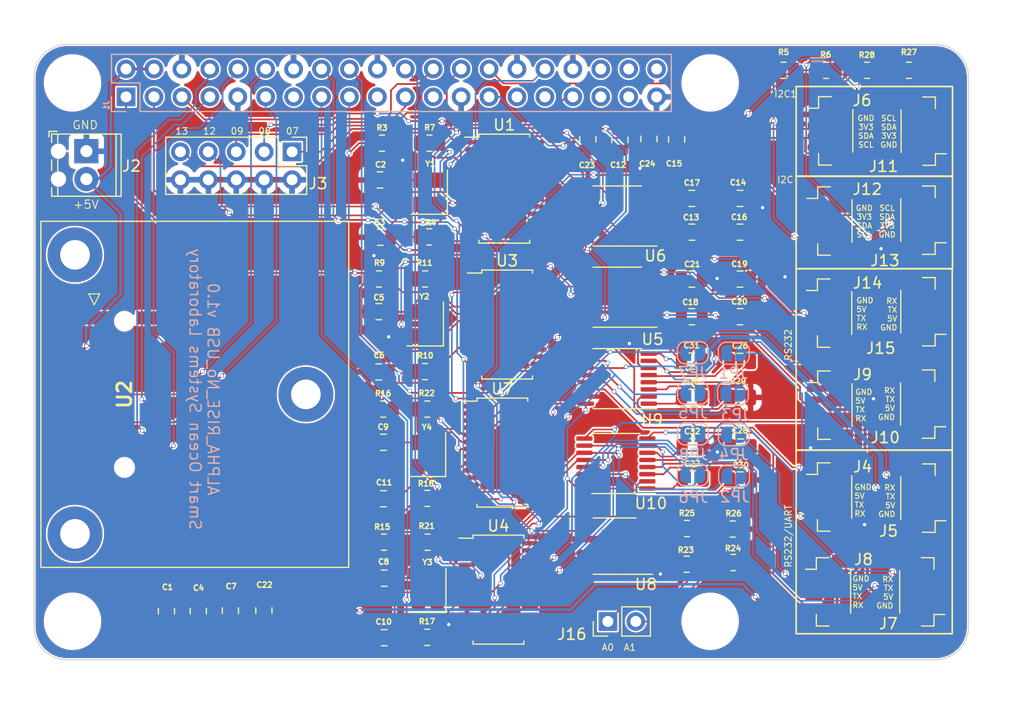
<source format=kicad_pcb>
(kicad_pcb (version 20211014) (generator pcbnew)
  (layers (0 "F.Cu" signal) (31 "B.Cu" signal) (34 "B.Paste" user) (35 "F.Paste" user) (36 "B.SilkS" user "B.Silkscreen") (37 "F.SilkS" user "F.Silkscreen") (38 "B.Mask" user) (39 "F.Mask" user) (44 "Edge.Cuts" user))
  (net 0 "")
  (net 1 "GND")
  (net 2 "SBC_3V3")
  (net 3 "SYNC_OUT")
  (net 4 "Net-(C2-Pad2)")
  (net 5 "5V")
  (net 6 "Net-(C14-Pad2)")
  (net 7 "Net-(C3-Pad2)")
  (net 9 "Net-(C5-Pad2)")
  (net 10 "Net-(C8-Pad2)")
  (net 17 "Net-(C6-Pad2)")
  (net 18 "Net-(C10-Pad2)")
  (net 19 "Net-(C11-Pad2)")
  (net 23 "Net-(C13-Pad1)")
  (net 24 "Net-(C13-Pad2)")
  (net 26 "Net-(C14-Pad1)")
  (net 27 "Net-(C16-Pad1)")
  (net 28 "Net-(C17-Pad1)")
  (net 29 "Net-(C9-Pad2)")
  (net 30 "Net-(C25-Pad1)")
  (net 31 "I2C_SDA")
  (net 32 "I2C_SCL")
  (net 33 "UART_TX0")
  (net 34 "UART_RX0")
  (net 35 "PPS_IN")
  (net 36 "PWM0")
  (net 37 "SERIAL_IRQ2")
  (net 38 "GPIO9")
  (net 39 "Net-(C25-Pad2)")
  (net 40 "GPIO8")
  (net 41 "GPIO7")
  (net 42 "Net-(C26-Pad1)")
  (net 43 "GPIO12")
  (net 44 "GPIO13")
  (net 45 "Net-(C18-Pad1)")
  (net 46 "Net-(C18-Pad2)")
  (net 47 "RS232_TX1")
  (net 48 "RS232_RX1")
  (net 49 "RS232_TX2")
  (net 50 "RS232_RX2")
  (net 51 "UART_TX4")
  (net 52 "Net-(C19-Pad1)")
  (net 53 "UART_RX4")
  (net 54 "UART_RX1")
  (net 55 "Net-(C26-Pad2)")
  (net 56 "UART_RX3")
  (net 57 "Net-(R9-Pad2)")
  (net 60 "UART_TX1")
  (net 68 "UART_TX2")
  (net 69 "UART_RX2")
  (net 74 "UART_TX3")
  (net 77 "VB")
  (net 96 "A0")
  (net 97 "A1")
  (net 98 "VB2")
  (net 99 "Net-(C19-Pad2)")
  (net 100 "Net-(C20-Pad1)")
  (net 101 "Net-(C21-Pad1)")
  (net 102 "RS232_TX3")
  (net 103 "RS232_RX3")
  (net 104 "RS232_TX4")
  (net 105 "RS232_RX4")
  (net 108 "Net-(C27-Pad1)")
  (net 109 "Net-(C27-Pad2)")
  (net 110 "Net-(C28-Pad1)")
  (net 111 "Net-(C28-Pad2)")
  (net 112 "Net-(C29-Pad1)")
  (net 113 "Net-(C30-Pad1)")
  (net 114 "Net-(C31-Pad1)")
  (net 115 "Net-(C32-Pad1)")
  (net 116 "SERIAL_IRQ4")
  (net 117 "SERIAL_IRQ1")
  (net 118 "SERIAL_IRQ3")
  (net 119 "I2C1_SDA")
  (net 120 "I2C1_SCL")
  (net 121 "RS232_TX5")
  (net 122 "RS232_RX5")
  (net 123 "RS232_TX6")
  (net 124 "RS232_RX6")
  (net 125 "RS232_TX7")
  (net 126 "RS232_RX7")
  (net 127 "RS232_TX8")
  (net 128 "RS232_RX8")
  (net 129 "Net-(R3-Pad2)")
  (net 130 "UART_RX5")
  (net 131 "UART_RX6")
  (net 132 "Net-(R15-Pad2)")
  (net 133 "Net-(R16-Pad2)")
  (net 134 "UART_RX7")
  (net 137 "UART_TX7")
  (net 145 "UART_TX8")
  (net 146 "UART_RX8")
  (net 151 "UART_TX5")
  (net 159 "UART_TX6")
  (footprint "Resistor_SMD:R_0805_2012Metric" (layer "F.Cu") (at 174.9025 122.6566 180)
    (fp_text reference "R24")
    (fp_text value "100k")
  )
  (footprint "Capacitor_SMD:C_0805_2012Metric" (layer "F.Cu") (at 171.131 96.8502)
    (fp_text reference "C21")
    (fp_text value "0.1uF")
  )
  (footprint "Connector_PinHeader_2.54mm:PinHeader_2x05_P2.54mm_Vertical" (layer "F.Cu") (at 134.7724 85.2678 -90)
    (fp_text reference "J3")
    (fp_text value "Conn_02x05_Odd_Even")
  )
  (footprint "Capacitor_SMD:C_0805_2012Metric" (layer "F.Cu") (at 143.0805 111.7074)
    (fp_text reference "C9")
    (fp_text value "22pF")
  )
  (footprint "Capacitor_SMD:C_0805_2012Metric" (layer "F.Cu") (at 129.159 127.0254 -90)
    (fp_text reference "C7")
    (fp_text value "0.1uF")
  )
  (footprint "Package_SO:TSSOP-16_4.4x5mm_P0.65mm" (layer "F.Cu") (at 164.3492 91.1098 180)
    (fp_text reference "U6")
    (fp_text value "MAX3232IPWR")
  )
  (footprint "Capacitor_SMD:C_0805_2012Metric" (layer "F.Cu") (at 123.3424 127.0864 -90)
    (fp_text reference "C1")
    (fp_text value "0.1uF")
  )
  (footprint "Capacitor_SMD:C_0805_2012Metric" (layer "F.Cu") (at 175.5252 107.6198)
    (fp_text reference "C29")
    (fp_text value "0.1uF")
  )
  (footprint "Crystal:Crystal_SMD_3225-4Pin_3.2x2.5mm" (layer "F.Cu") (at 147.2492 88.9508 90)
    (fp_text reference "Y1")
    (fp_text value "14.7456M")
  )
  (footprint "Capacitor_SMD:C_0805_2012Metric" (layer "F.Cu") (at 175.5404 115.1382)
    (fp_text reference "C30")
    (fp_text value "0.1uF")
  )
  (footprint "Capacitor_SMD:C_0805_2012Metric" (layer "F.Cu") (at 175.5252 96.8502)
    (fp_text reference "C19")
    (fp_text value "0.1uF")
  )
  (footprint "Package_SO:TSSOP-16_4.4x5mm_P0.65mm" (layer "F.Cu") (at 164.3492 98.5012 180)
    (fp_text reference "U5")
    (fp_text value "MAX3232IPWR")
  )
  (footprint "Resistor_SMD:R_0805_2012Metric" (layer "F.Cu") (at 142.9512 84.4804)
    (fp_text reference "R3")
    (fp_text value "1k")
  )
  (footprint "Capacitor_SMD:C_0805_2012Metric" (layer "F.Cu") (at 142.6518 105.3052)
    (fp_text reference "C6")
    (fp_text value "33pF")
  )
  (footprint "Resistor_SMD:R_0805_2012Metric" (layer "F.Cu") (at 147.2438 93.0148 180)
    (fp_text reference "R4")
    (fp_text value "1k")
  )
  (footprint "Resistor_SMD:R_0805_2012Metric" (layer "F.Cu") (at 142.6718 96.8424)
    (fp_text reference "R9")
    (fp_text value "1k")
  )
  (footprint "Capacitor_SMD:C_0805_2012Metric" (layer "F.Cu") (at 171.131 92.583 180)
    (fp_text reference "C13")
    (fp_text value "0.1uF")
  )
  (footprint "Connector_JST:JST_SH_BM04B-SRSS-TB_1x04-1MP_P1.00mm_Vertical" (layer "F.Cu") (at 192.0494 125.3236 90)
    (fp_text reference "J7")
    (fp_text value "RS232-1")
  )
  (footprint "Resistor_SMD:R_0805_2012Metric" (layer "F.Cu") (at 187.0729 77.851 180)
    (fp_text reference "R28")
    (fp_text value "4.7k")
  )
  (footprint "Capacitor_SMD:C_0805_2012Metric" (layer "F.Cu") (at 171.131 100.2792 180)
    (fp_text reference "C18")
    (fp_text value "0.1uF")
  )
  (footprint "Resistor_SMD:R_0805_2012Metric" (layer "F.Cu") (at 174.8517 119.6086)
    (fp_text reference "R26")
    (fp_text value "10K")
  )
  (footprint "Resistor_SMD:R_0805_2012Metric" (layer "F.Cu") (at 147.0914 120.8024)
    (fp_text reference "R21")
    (fp_text value "1M")
  )
  (footprint "Capacitor_SMD:C_0805_2012Metric" (layer "F.Cu") (at 175.5252 92.583)
    (fp_text reference "C16")
    (fp_text value "0.1uF")
  )
  (footprint "Resistor_SMD:R_0805_2012Metric" (layer "F.Cu") (at 143.1309 120.8024)
    (fp_text reference "R15")
    (fp_text value "1k")
  )
  (footprint "Capacitor_SMD:C_0805_2012Metric" (layer "F.Cu") (at 169.7482 84.1502 90)
    (fp_text reference "C15")
    (fp_text value "0.1uF")
  )
  (footprint "Connector_JST:JST_SH_BM04B-SRSS-TB_1x04-1MP_P1.00mm_Vertical" (layer "F.Cu") (at 192.1256 108.2294 90)
    (fp_text reference "J10")
    (fp_text value "RS485-2")
  )
  (footprint "Capacitor_SMD:C_0805_2012Metric" (layer "F.Cu") (at 142.7734 87.8308)
    (fp_text reference "C2")
    (fp_text value "22pF")
  )
  (footprint "Capacitor_SMD:C_0805_2012Metric" (layer "F.Cu") (at 171.131 89.5096)
    (fp_text reference "C17")
    (fp_text value "0.1uF")
  )
  (footprint "Resistor_SMD:R_0805_2012Metric" (layer "F.Cu") (at 146.8682 96.8424)
    (fp_text reference "R11")
    (fp_text value "1M")
  )
  (footprint "Package_SO:TSSOP-28_4.4x9.7mm_P0.65mm" (layer "F.Cu") (at 154.0764 88.6206)
    (fp_text reference "U1")
    (fp_text value "SC16IS752IPW")
  )
  (footprint "Connector_JST:JST_SH_BM04B-SRSS-TB_1x04-1MP_P1.00mm_Vertical" (layer "F.Cu") (at 192.1764 83.3882 90)
    (fp_text reference "J11")
    (fp_text value "I2C-3")
  )
  (footprint "Package_SO:TSSOP-16_4.4x5mm_P0.65mm" (layer "F.Cu") (at 164.2222 113.6396 180)
    (fp_text reference "U10")
    (fp_text value "MAX3232IPWR")
  )
  (footprint "Resistor_SMD:R_0805_2012Metric" (layer "F.Cu") (at 170.6626 122.809 180)
    (fp_text reference "R23")
    (fp_text value "100k")
  )
  (footprint "Capacitor_SMD:C_0805_2012Metric" (layer "F.Cu") (at 167.2336 84.0994 90)
    (fp_text reference "C24")
    (fp_text value "0.1uF")
  )
  (footprint "Connector_JST:JST_SH_BM04B-SRSS-TB_1x04-1MP_P1.00mm_Vertical" (layer "F.Cu") (at 192.151 91.4908 90)
    (fp_text reference "J13")
    (fp_text value "I2C-2")
  )
  (footprint "Resistor_SMD:R_0805_2012Metric" (layer "F.Cu") (at 183.3391 77.851 180)
    (fp_text reference "R6")
    (fp_text value "4.7k")
  )
  (footprint "Capacitor_SMD:C_0805_2012Metric" (layer "F.Cu") (at 175.5252 100.2792)
    (fp_text reference "C20")
    (fp_text value "0.1uF")
  )
  (footprint "Capacitor_SMD:C_0805_2012Metric" (layer "F.Cu") (at 126.238 127.0762 -90)
    (fp_text reference "C4")
    (fp_text value "0.1uF")
  )
  (footprint "Resistor_SMD:R_0805_2012Metric" (layer "F.Cu") (at 170.6861 119.5578)
    (fp_text reference "R25")
    (fp_text value "10K")
  )
  (footprint "MountingHole:MountingHole_2.7mm_M2.5" (layer "F.Cu") (at 172.8 128)
    (fp_text reference "MH4" hide)
    (fp_text value "MountingHole_2.7mm_M2.5" hide)
  )
  (footprint "Capacitor_SMD:C_0805_2012Metric" (layer "F.Cu") (at 132.207 127.0254 -90)
    (fp_text reference "C22")
    (fp_text value "0.1uF")
  )
  (footprint "Capacitor_SMD:C_0805_2012Metric" (layer "F.Cu") (at 142.6518 99.8196)
    (fp_text reference "C5")
    (fp_text value "22pF")
  )
  (footprint "Resistor_SMD:R_0805_2012Metric" (layer "F.Cu") (at 147.0737 108.6872)
    (fp_text reference "R22")
    (fp_text value "1M")
  )
  (footprint "project:MTi630" (layer "F.Cu") (at 119.5256 107.3455 90)
    (fp_text reference "U2")
    (fp_text value "MTi630" hide)
  )
  (footprint "Capacitor_SMD:C_0805_2012Metric" (layer "F.Cu") (at 171.197 112.1156)
    (fp_text reference "C32")
    (fp_text value "0.1uF")
  )
  (footprint "Capacitor_SMD:C_0805_2012Metric" (layer "F.Cu") (at 143.1509 124.079)
    (fp_text reference "C8")
    (fp_text value "22pF")
  )
  (footprint "Resistor_SMD:R_0805_2012Metric" (layer "F.Cu") (at 143.0605 108.6872)
    (fp_text reference "R16")
    (fp_text value "1k")
  )
  (footprint "Capacitor_SMD:C_0805_2012Metric" (layer "F.Cu") (at 164.592 84.1756 90)
    (fp_text reference "C12")
    (fp_text value "0.1uF")
  )
  (footprint "Resistor_SMD:R_0805_2012Metric" (layer "F.Cu") (at 146.8682 105.2752)
    (fp_text reference "R10")
    (fp_text value "1k")
  )
  (footprint "Capacitor_SMD:C_0805_2012Metric" (layer "F.Cu") (at 175.581 112.141)
    (fp_text reference "C28")
    (fp_text value "0.1uF")
  )
  (footprint "Connector_JST:JST_SH_BM04B-SRSS-TB_1x04-1MP_P1.00mm_Vertical" (layer "F.Cu") (at 183.6674 99.949 -90)
    (fp_text reference "J14")
    (fp_text value "RS232-1")
  )
  (footprint "Package_SO:TSSOP-28_4.4x9.7mm_P0.65mm" (layer "F.Cu") (at 154.3304 100.9904)
    (fp_text reference "U3")
    (fp_text value "SC16IS752IPW")
  )
  (footprint "Connector_JST:JST_SH_BM04B-SRSS-TB_1x04-1MP_P1.00mm_Vertical" (layer "F.Cu") (at 183.6928 108.331 -90)
    (fp_text reference "J9")
    (fp_text value "RS485-1")
  )
  (footprint "Capacitor_SMD:C_0805_2012Metric" (layer "F.Cu") (at 171.2224 115.0366 180)
    (fp_text reference "C27")
    (fp_text value "0.1uF")
  )
  (footprint "MountingHole:MountingHole_2.7mm_M2.5" (layer "F.Cu") (at 172.8 79)
    (fp_text reference "MH2" hide)
    (fp_text value "MountingHole_2.7mm_M2.5" hide)
  )
  (footprint "MountingHole:MountingHole_2.7mm_M2.5" (layer "F.Cu") (at 114.8 128)
    (fp_text reference "MH3" hide)
    (fp_text value "MountingHole_2.7mm_M2.5" hide)
  )
  (footprint "MountingHole:MountingHole_2.7mm_M2.5" (layer "F.Cu") (at 114.8 79)
    (fp_text reference "MH1" hide)
    (fp_text value "MountingHole_2.7mm_M2.5" hide)
  )
  (footprint "Crystal:Crystal_SMD_3225-4Pin_3.2x2.5mm" (layer "F.Cu") (at 147.1168 125.199 90)
    (fp_text reference "Y3")
    (fp_text value "14.7456M")
  )
  (footprint "Connector_JST:JST_SH_BM04B-SRSS-TB_1x04-1MP_P1.00mm_Vertical" (layer "F.Cu") (at 183.6928 91.567 -90)
    (fp_text reference "J12")
    (fp_text value "I2C-1")
  )
  (footprint "TerminalBlock_Phoenix:TerminalBlock_Phoenix_MPT-0,5-2-2.54_1x02_P2.54mm_Horizontal" (layer "F.Cu") (at 116.0602 85.2119 -90)
    (fp_text reference "J2")
    (fp_text value "Screw_Terminal_01x02")
  )
  (footprint "Package_SO:TSSOP-16_4.4x5mm_P0.65mm" (layer "F.Cu") (at 164.3492 105.918 180)
    (fp_text reference "U9")
    (fp_text value "MAX3232IPWR")
  )
  (footprint "Connector_JST:JST_SH_BM04B-SRSS-TB_1x04-1MP_P1.00mm_Vertical" (layer "F.Cu") (at 183.769 83.3628 -90)
    (fp_text reference "J6")
    (fp_text value "I2C-3")
  )
  (footprint "Capacitor_SMD:C_0805_2012Metric" (layer "F.Cu") (at 143.1509 129.4938)
    (fp_text reference "C10")
    (fp_text value "33pF")
  )
  (footprint "Package_SO:TSSOP-28_4.4x9.7mm_P0.65mm" (layer "F.Cu") (at 153.543 125.1204)
    (fp_text reference "U4")
    (fp_text value "SC16IS752IPW")
  )
  (footprint "Resistor_SMD:R_0805_2012Metric" (layer "F.Cu") (at 179.4783 77.851)
    (fp_text reference "R5")
    (fp_text value "4.7k")
  )
  (footprint "Resistor_SMD:R_0805_2012Metric" (layer "F.Cu") (at 190.8829 77.851)
    (fp_text reference "R27")
    (fp_text value "4.7k")
  )
  (footprint "Resistor_SMD:R_0805_2012Metric" (layer "F.Cu") (at 147.0679 129.4638)
    (fp_text reference "R17")
    (fp_text value "1k")
  )
  (footprint "Capacitor_SMD:C_0805_2012Metric" (layer "F.Cu") (at 175.5252 89.5096)
    (fp_text reference "C14")
    (fp_text value "0.1uF")
  )
  (footprint "Package_SO:SOIC-8-1EP_3.9x4.9mm_P1.27mm_EP2.29x3mm" (layer "F.Cu") (at 164.1094 121.158 180)
    (fp_text reference "U8")
    (fp_text value "MCP3422")
  )
  (footprint "Connector_JST:JST_SH_BM04B-SRSS-TB_1x04-1MP_P1.00mm_Vertical" (layer "F.Cu") (at 192.151 99.822 90)
    (fp_text reference "J15")
    (fp_text value "RS232-2")
  )
  (footprint "Capacitor_SMD:C_0805_2012Metric" (layer "F.Cu") (at 175.5252 104.3432)
    (fp_text reference "C26")
    (fp_text value "0.1uF")
  )
  (footprint "Capacitor_SMD:C_0805_2012Metric" (layer "F.Cu") (at 171.131 104.3178)
    (fp_text reference "C31")
    (fp_text value "0.1uF")
  )
  (footprint "Capacitor_SMD:C_0805_2012Metric" (layer "F.Cu") (at 171.131 107.6198 180)
    (fp_text reference "C25")
    (fp_text value "0.1uF")
  )
  (footprint "Connector_JST:JST_SH_BM04B-SRSS-TB_1x04-1MP_P1.00mm_Vertical" (layer "F.Cu") (at 192.151 116.7892 90)
    (fp_text reference "J5")
    (fp_text value "RS232-2")
  )
  (footprint "Capacitor_SMD:C_0805_2012Metric" (layer "F.Cu") (at 143.0805 116.8452)
    (fp_text reference "C11")
    (fp_text value "33pF")
  )
  (footprint "Resistor_SMD:R_0805_2012Metric" (layer "F.Cu") (at 147.2692 84.4804)
    (fp_text reference "R7")
    (fp_text value "1M")
  )
  (footprint "Package_SO:TSSOP-28_4.4x9.7mm_P0.65mm" (layer "F.Cu") (at 153.8986 112.649)
    (fp_text reference "U7")
    (fp_text value "SC16IS752IPW")
  )
  (footprint "Capacitor_SMD:C_0805_2012Metric" (layer "F.Cu") (at 161.671 84.1248 90)
    (fp_text reference "C23")
    (fp_text value "0.1uF")
  )
  (footprint "Connector_PinHeader_2.54mm:PinHeader_1x02_P2.54mm_Vertical" (layer "F.Cu") (at 163.4948 128.016 90)
    (fp_text reference "J16")
    (fp_text value "Conn_01x02_Male")
  )
  (footprint "Connector_JST:JST_SH_BM04B-SRSS-TB_1x04-1MP_P1.00mm_Vertical" (layer "F.Cu") (at 183.5658 125.3236 -90)
    (fp_text reference "J8")
    (fp_text value "RS232-2")
  )
  (footprint "Crystal:Crystal_SMD_3225-4Pin_3.2x2.5mm" (layer "F.Cu") (at 147.0937 112.8274 90)
    (fp_text reference "Y4")
    (fp_text value "14.7456M")
  )
  (footprint "Resistor_SMD:R_0805_2012Metric" (layer "F.Cu") (at 147.0737 116.8152 180)
    (fp_text reference "R18")
    (fp_text value "1k")
  )
  (footprint "Connector_JST:JST_SH_BM04B-SRSS-TB_1x04-1MP_P1.00mm_Vertical" (layer "F.Cu") (at 183.6674 116.6876 -90)
    (fp_text reference "J4")
    (fp_text value "RS232-1")
  )
  (footprint "Crystal:Crystal_SMD_3225-4Pin_3.2x2.5mm" (layer "F.Cu") (at 146.8882 100.9396 90)
    (fp_text reference "Y2")
    (fp_text value "14.7456M")
  )
  (footprint "Capacitor_SMD:C_0805_2012Metric" (layer "F.Cu") (at 142.7988 93.0448)
    (fp_text reference "C3")
    (fp_text value "33pF")
  )
  (footprint "Jumper:SolderJumper-2_P1.3mm_Open_RoundedPad1.0x1.5mm" (layer "B.Cu") (at 174.9448 111.0234)
    (fp_text reference "JP4")
    (fp_text value "SolderJumper_2_Open" hide)
  )
  (footprint "Jumper:SolderJumper-2_P1.3mm_Open_RoundedPad1.0x1.5mm" (layer "B.Cu") (at 171.2318 110.9472 180)
    (fp_text reference "JP8")
    (fp_text value "SolderJumper_2_Open" hide)
  )
  (footprint "Jumper:SolderJumper-2_P1.3mm_Open_RoundedPad1.0x1.5mm" (layer "B.Cu") (at 171.2364 107.2388)
    (fp_text reference "JP5")
    (fp_text value "SolderJumper_2_Open" hide)
  )
  (footprint "Connector_PinSocket_2.54mm:PinSocket_2x20_P2.54mm_Vertical" (layer "B.Cu") (at 119.67 80.27 -90)
    (fp_text reference "J1")
    (fp_text value "OX40HAT")
  )
  (footprint "Jumper:SolderJumper-2_P1.3mm_Open_RoundedPad1.0x1.5mm" (layer "B.Cu") (at 174.8686 107.2642 180)
    (fp_text reference "JP3")
    (fp_text value "SolderJumper_2_Open" hide)
  )
  (footprint "Jumper:SolderJumper-2_P1.3mm_Open_RoundedPad1.0x1.5mm" (layer "B.Cu") (at 171.2214 103.5558)
    (fp_text reference "JP7")
    (fp_text value "SolderJumper_2_Open" hide)
  )
  (footprint "Jumper:SolderJumper-2_P1.3mm_Open_RoundedPad1.0x1.5mm" (layer "B.Cu") (at 174.9448 103.6066)
    (fp_text reference "JP1")
    (fp_text value "SolderJumper_2_Open" hide)
  )
  (footprint "Jumper:SolderJumper-2_P1.3mm_Open_RoundedPad1.0x1.5mm" (layer "B.Cu") (at 174.9702 114.7826 180)
    (fp_text reference "JP2")
    (fp_text value "SolderJumper_2_Open" hide)
  )
  (footprint "Jumper:SolderJumper-2_P1.3mm_Open_RoundedPad1.0x1.5mm" (layer "B.Cu") (at 171.2064 114.681)
    (fp_text reference "JP6")
    (fp_text value "SolderJumper_2_Open" hide)
  )
  (gr_rect (start 180.6194 95.9104) (end 194.818 112.4204) (layer "F.SilkS") (width 0.15) (fill none))
  (gr_rect (start 180.6194 87.503) (end 194.8434 95.9104) (layer "F.SilkS") (width 0.15) (fill none))
  (gr_rect (start 180.6194 79.3242) (end 194.8434 87.4776) (layer "F.SilkS") (width 0.15) (fill none))
  (gr_rect (start 180.6194 112.4204) (end 194.818 129.1336) (layer "F.SilkS") (width 0.15) (fill none))
  (gr_line (start 196.3 128.5) (end 196.3 78.5) (layer "Edge.Cuts") (width 0.1))
  (gr_line (start 111.3 78.5) (end 111.3 128.5) (layer "Edge.Cuts") (width 0.1))
  (gr_arc (start 193.3 75.5) (mid 195.42132 76.37868) (end 196.3 78.5) (layer "Edge.Cuts") (width 0.1))
  (gr_line (start 114.3 131.5) (end 193.3 131.5) (layer "Edge.Cuts") (width 0.1))
  (gr_line (start 193.3 75.5) (end 114.3 75.5) (layer "Edge.Cuts") (width 0.1))
  (gr_arc (start 196.3 128.5) (mid 195.42132 130.62132) (end 193.3 131.5) (layer "Edge.Cuts") (width 0.1))
  (gr_arc (start 111.3 78.5) (mid 112.17868 76.37868) (end 114.3 75.5) (layer "Edge.Cuts") (width 0.1))
  (gr_arc (start 114.3 131.5) (mid 112.17868 130.62132) (end 111.3 128.5) (layer "Edge.Cuts") (width 0.1))
  (gr_text "ALPHA_RISE_No_USB v1.0\nSmart Ocean Systems Laboratory\n" (at 126.775007 106.874996 270) (layer "B.SilkS") (effects (font (size 1.016 1.016) (thickness 0.127)) (justify mirror)))
  (gr_text "A0  A1" (at 164.4904 130.3782) (layer "F.SilkS") (effects (font (size 0.6 0.6) (thickness 0.09))))
  (gr_text "GND" (at 115.951 82.8294) (layer "F.SilkS") (effects (font (size 0.762 0.762) (thickness 0.09))))
  (gr_text "RS232/UART" (at 179.9082 120.2436 90) (layer "F.SilkS") (effects (font (size 0.6 0.6) (thickness 0.09))))
  (gr_text "GND\n5V\nTX	\nRX\n\n\n" (at 186.055 100.8126) (layer "F.SilkS") (effects (font (size 0.5 0.5) (thickness 0.09)) (justify left)))
  (gr_text "RS232" (at 179.9082 102.8446 90) (layer "F.SilkS") (effects (font (size 0.6 0.6) (thickness 0.09))))
  (gr_text "GND\n3V3\nSDA\nSCL\n\n" (at 186.817 91.9988) (layer "F.SilkS") (effects (font (size 0.5 0.5) (thickness 0.09))))
  (gr_text "GND\n5V\nTX	\nRX\n\n\n" (at 185.8772 117.8052) (layer "F.SilkS") (effects (font (size 0.5 0.5) (thickness 0.09)) (justify left)))
  (gr_text "RX\nTX\n5V\nGND\n\n" (at 189.6872 117.4496) (layer "F.SilkS") (effects (font (size 0.5 0.5) (thickness 0.09)) (justify right)))
  (gr_text "SCL\nSDA\n3V3\nGND\n\n" (at 188.8998 91.9988) (layer "F.SilkS") (effects (font (size 0.5 0.5) (thickness 0.09))))
  (gr_text "I2C1" (at 179.6542 80.01) (layer "F.SilkS") (effects (font (size 0.6 0.6) (thickness 0.09))))
  (gr_text "RX\nTX\n5V\nGND\n\n" (at 189.865 100.457) (layer "F.SilkS") (effects (font (size 0.5 0.5) (thickness 0.09)) (justify right)))
  (gr_text "RX\nTX\n5V\nGND\n\n" (at 189.5094 125.7808) (layer "F.SilkS") (effects (font (size 0.5 0.5) (thickness 0.09)) (justify right)))
  (gr_text "RX\nTX\n5V\nGND\n\n" (at 189.6618 108.6104) (layer "F.SilkS") (effects (font (size 0.5 0.5) (thickness 0.09)) (justify right)))
  (gr_text "13   12   09   08   07\n" (at 129.7686 83.3882) (layer "F.SilkS") (effects (font (size 0.6 0.6) (thickness 0.09))))
  (gr_text "+5V" (at 116.0272 90.0684) (layer "F.SilkS") (effects (font (size 0.762 0.762) (thickness 0.09))))
  (gr_text "GND\n5V\nTX	\nRX\n\n\n" (at 185.6994 126.1364) (layer "F.SilkS") (effects (font (size 0.5 0.5) (thickness 0.09)) (justify left)))
  (gr_text "GND\n3V3\nSDA\nSCL\n\n" (at 186.9694 83.82) (layer "F.SilkS") (effects (font (size 0.5 0.5) (thickness 0.09))))
  (gr_text "SCL\nSDA\n3V3\nGND\n\n" (at 189.0522 83.82) (layer "F.SilkS") (effects (font (size 0.5 0.5) (thickness 0.09))))
  (gr_text "I2C" (at 179.6288 87.8078) (layer "F.SilkS") (effects (font (size 0.6 0.6) (thickness 0.09))))
  (gr_text "GND\n5V\nTX	\nRX\n\n\n" (at 185.9534 109.1438) (layer "F.SilkS") (effects (font (size 0.5 0.5) (thickness 0.09)) (justify left)))
  (via (at 187.6552 107.7468) (size 0.4) (drill 0.3) (layers "F.Cu" "B.Cu") (net 1))
  (via (at 166.4208 86.7664) (size 0.4) (drill 0.3) (layers "F.Cu" "B.Cu") (net 1))
  (via (at 177.5714 90.3478) (size 0.4) (drill 0.3) (layers "F.Cu" "B.Cu") (net 1))
  (via (at 186.8424 119.2022) (size 0.4) (drill 0.3) (layers "F.Cu" "B.Cu") (net 1))
  (via (at 181.9402 112.2172) (size 0.4) (drill 0.3) (layers "F.Cu" "B.Cu") (net 1))
  (via (at 142.2146 94.7166) (size 0.4) (drill 0.3) (layers "F.Cu" "B.Cu") (net 1))
  (via (at 144.8308 86.0298) (size 0.4) (drill 0.3) (layers "F.Cu" "B.Cu") (net 1))
  (via (at 149.0218 128.2954) (size 0.4) (drill 0.3) (layers "F.Cu" "B.Cu") (net 1))
  (via (at 165.4556 102.7176) (size 0.4) (drill 0.3) (layers "F.Cu" "B.Cu") (net 1))
  (via (at 179.6034 96.647) (size 0.4) (drill 0.3) (layers "F.Cu" "B.Cu") (net 1))
  (via (at 173.4312 96.7994) (size 0.4) (drill 0.3) (layers "F.Cu" "B.Cu") (net 1))
  (via (at 188.341 94.0816) (size 0.4) (drill 0.3) (layers "F.Cu" "B.Cu") (net 1))
  (via (at 168.275 123.698) (size 0.4) (drill 0.3) (layers "F.Cu" "B.Cu") (net 1))
  (via (at 173.4566 112.5982) (size 0.4) (drill 0.3) (layers "F.Cu" "B.Cu") (net 1))
  (via (at 143.5608 102.108) (size 0.4) (drill 0.3) (layers "F.Cu" "B.Cu") (net 1))
  (segment (start 150.4797 113.624) (end 151.0361 113.624) (width 0.1524) (layer "F.Cu") (net 2))
  (segment (start 191.7753 77.8711) (end 191.7753 78.7808) (width 0.1524) (layer "F.Cu") (net 2))
  (segment (start 140.8684 84.4804) (end 142.0387 84.4804) (width 0.1524) (layer "F.Cu") (net 2))
  (segment (start 160.947 94.6435) (end 143.887826 94.6435) (width 0.1524) (layer "F.Cu") (net 2))
  (segment (start 150.0532 114.5965) (end 150.0532 114.0505) (width 0.1524) (layer "F.Cu") (net 2))
  (segment (start 161.4867 94.1038) (end 161.6479 94.1038) (width 0.1524) (layer "F.Cu") (net 2))
  (segment (start 182.8207 82.8628) (end 182.444 82.8628) (width 0.1524) (layer "F.Cu") (net 2))
  (segment (start 151.4679 102.6154) (end 150.4405 102.6154) (width 0.1524) (layer "F.Cu") (net 2))
  (segment (start 157.731631 108.193) (end 157.260031 107.7214) (width 0.1524) (layer "F.Cu") (net 2))
  (segment (start 182.1193 83.1875) (end 182.444 82.8628) (width 0.1524) (layer "F.Cu") (net 2))
  (segment (start 167.8232 119.591) (end 167.8232 118.9584) (width 0.1524) (layer "F.Cu") (net 2))
  (segment (start 186.1138 91.067) (end 186.0804 91.0336) (width 0.1524) (layer "F.Cu") (net 2))
  (segment (start 142.6518 103.6266) (end 142.6518 105.8699) (width 0.1524) (layer "F.Cu") (net 2))
  (segment (start 169.7482 83.1875) (end 169.7482 83.2002) (width 0.1524) (layer "F.Cu") (net 2))
  (segment (start 169.7482 83.1875) (end 182.1193 83.1875) (width 0.1524) (layer "F.Cu") (net 2))
  (segment (start 150.0564 126.0954) (end 150.6805 126.0954) (width 0.1524) (layer "F.Cu") (net 2))
  (segment (start 140.9351 97.6666) (end 140.9351 101.9099) (width 0.1524) (layer "F.Cu") (net 2))
  (segment (start 167.2082 83.2002) (end 167.2336 83.1748) (width 0.1524) (layer "F.Cu") (net 2))
  (segment (start 169.7355 83.1748) (end 169.7482 83.1875) (width 0.1524) (layer "F.Cu") (net 2))
  (segment (start 140.9351 101.9099) (end 142.6518 103.6266) (width 0.1524) (layer "F.Cu") (net 2))
  (segment (start 143.0778 107.7574) (end 142.148 108.6872) (width 0.1524) (layer "F.Cu") (net 2))
  (segment (start 187.325 92.2782) (end 186.1138 91.067) (width 0.1524) (layer "F.Cu") (net 2))
  (segment (start 161.4867 108.193) (end 157.731631 108.193) (width 0.1524) (layer "F.Cu") (net 2))
  (segment (start 150.0532 114.5965) (end 149.6131 115.0366) (width 0.1524) (layer "F.Cu") (net 2))
  (segment (start 141.7593 96.2971) (end 142.234226 96.2971) (width 0.1524) (layer "F.Cu") (net 2))
  (segment (start 151.2139 89.5956) (end 151.2139 88.9456) (width 0.1524) (layer "F.Cu") (net 2))
  (segment (start 191.7954 77.851) (end 191.7753 77.8711) (width 0.1524) (layer "F.Cu") (net 2))
  (segment (start 163.2912 83.2002) (end 163.2658 83.1748) (width 0.1524) (layer "F.Cu") (net 2))
  (segment (start 143.0778 106.2959) (end 143.0778 107.7574) (width 0.1524) (layer "F.Cu") (net 2))
  (segment (start 152.837 125.4454) (end 150.6805 125.4454) (width 0.1524) (layer "F.Cu") (net 2))
  (segment (start 150.4405 102.6154) (end 147.7807 105.2752) (width 0.1524) (layer "F.Cu") (net 2))
  (segment (start 182.4012 91.0336) (end 182.3678 91.067) (width 0.1524) (layer "F.Cu") (net 2))
  (segment (start 143.382963 95.148363) (end 145.516526 93.0148) (width 0.1524) (layer "F.Cu") (net 2))
  (segment (start 191.7753 78.7808) (end 194.545 81.5505) (width 0.1524) (layer "F.Cu") (net 2))
  (segment (start 123.3424 126.1364) (end 123.3526 126.1262) (width 0.1524) (layer "F.Cu") (net 2))
  (segment (start 187.1726 86.0298) (end 189.3142 83.8882) (width 0.1524) (layer "F.Cu") (net 2))
  (segment (start 194.545 83.1936) (end 193.8504 83.8882) (width 0.1524) (layer "F.Cu") (net 2))
  (segment (start 147.9804 128.1714) (end 150.0564 126.0954) (width 0.1524) (layer "F.Cu") (net 2))
  (segment (start 142.2184 120.2652) (end 144.1059 118.3777) (width 0.1524) (layer "F.Cu") (net 2))
  (segment (start 150.0532 114.0505) (end 150.4797 113.624) (width 0.1524) (layer "F.Cu") (net 2))
  (segment (start 183.4522 82.2313) (end 182.8207 82.8628) (width 0.1524) (layer "F.Cu") (net 2))
  (segment (start 142.148 108.6872) (end 143.1036 109.6428) (width 0.1524) (layer "F.Cu") (net 2))
  (segment (start 161.4867 108.7591) (end 161.4867 108.193) (width 0.1524) (layer "F.Cu") (net 2))
  (segment (start 151.2139 90.8956) (end 151.2139 90.2456) (width 0.1524) (layer "F.Cu") (net 2))
  (segment (start 147.3708 115.0366) (end 146.1612 116.2462) (width 0.1524) (layer "F.Cu") (net 2))
  (segment (start 162.7742 100.7762) (end 161.4867 100.7762) (width 0.1524) (layer "F.Cu") (net 2))
  (segment (start 163.2204 100.33) (end 162.7742 100.7762) (width 0.1524) (layer "F.Cu") (net 2))
  (segment (start 152.9588 111.9632) (end 151.948 112.974) (width 0.1524) (layer "F.Cu") (net 2))
  (segment (start 164.592 83.2002) (end 167.2082 83.2002) (width 0.1524) (layer "F.Cu") (net 2))
  (segment (start 141.7593 96.2971) (end 141.7593 96.8424) (width 0.1524) (layer "F.Cu") (net 2))
  (segment (start 161.3597 115.9146) (end 160.7025 115.9146) (width 0.1524) (layer "F.Cu") (net 2))
  (segment (start 182.4266 77.851) (end 183.4522 78.8766) (width 0.1524) (layer "F.Cu") (net 2))
  (segment (start 148.8846 90.8956) (end 146.7654 93.0148) (width 0.1524) (layer "F.Cu") (net 2))
  (segment (start 132.207 126.0754) (end 132.6364 125.646) (width 0.1524) (layer "F.Cu") (net 2))
  (segment (start 187.3783 76.5414) (end 190.4858 76.5414) (width 0.1524) (layer "F.Cu") (net 2))
  (segment (start 119.67 88.7836) (end 127.1835 96.2971) (width 0.1524) (layer "F.Cu") (net 2))
  (segment (start 132.207 126.0754) (end 129.159 126.0754) (width 0.1524) (layer "F.Cu") (net 2))
  (segment (start 149.6131 115.0366) (end 147.3708 115.0366) (width 0.1524) (layer "F.Cu") (net 2))
  (segment (start 151.0361 113.624) (end 151.0361 112.974) (width 0.1524) (layer "F.Cu") (net 2))
  (segment (start 164.592 83.2002) (end 164.592 83.2256) (width 0.1524) (layer "F.Cu") (net 2))
  (segment (start 189.3142 83.8882) (end 193.5014 83.8882) (width 0.1524) (layer "F.Cu") (net 2))
  (segment (start 151.4679 101.9654) (end 151.4679 101.3154) (width 0.1524) (layer "F.Cu") (net 2))
  (segment (start 137.3748 125.646) (end 142.2184 120.8024) (width 0.1524) (layer "F.Cu") (net 2))
  (segment (start 163.2658 83.1748) (end 161.671 83.1748) (width 0.1524) (layer "F.Cu") (net 2))
  (segment (start 180.3908 77.851) (end 182.4266 77.851) (width 0.1524) (layer "F.Cu") (net 2))
  (segment (start 183.4522 78.8766) (end 185.1348 78.8766) (width 0.1524) (layer "F.Cu") (net 2))
  (segment (start 151.2139 90.2456) (end 151.2139 89.5956) (width 0.1524) (layer "F.Cu") (net 2))
  (segment (start 166.8912 120.523) (end 167.8232 119.591) (width 0.1524) (layer "F.Cu") (net 2))
  (segment (start 119.67 80.27) (end 119.67 88.7836) (width 0.1524) (layer "F.Cu") (net 2))
  (segment (start 129.1082 126.1262) (end 129.159 126.0754) (width 0.1524) (layer "F.Cu") (net 2))
  (segment (start 186.1604 77.7593) (end 187.3783 76.5414) (width 0.1524) (layer "F.Cu") (net 2))
  (segment (start 152.9588 110.4646) (end 152.9588 111.9632) (width 0.1524) (layer "F.Cu") (net 2))
  (segment (start 151.0361 114.924) (end 150.3807 114.924) (width 0.1524) (layer "F.Cu") (net 2))
  (segment (start 143.1036 117.3736) (end 144.1077 118.3777) (width 0.1524) (layer "F.Cu") (net 2))
  (segment (start 187.1726 91.0336) (end 187.1726 86.0298) (width 0.1524) (layer "F.Cu") (net 2))
  (segment (start 144.1059 118.3777) (end 144.1077 118.3777) (width 0.1524) (layer "F.Cu") (net 2))
  (segment (start 167.8232 118.9584) (end 164.7794 115.9146) (width 0.1524) (layer "F.Cu") (net 2))
  (segment (start 157.260031 107.7214) (end 155.702 107.7214) (width 0.1524) (layer "F.Cu") (net 2))
  (segment (start 142.234226 96.2971) (end 143.382963 95.148363) (width 0.1524) (layer "F.Cu") (net 2))
  (segment (start 147.9804 129.4638) (end 147.9804 128.1714) (width 0.1524) (layer "F.Cu") (net 2))
  (segment (start 127.1835 96.2971) (end 140.4804 96.2971) (width 0.1524) (layer "F.Cu") (net 2))
  (segment (start 139.954 85.3948) (end 140.8684 84.4804) (width 0.1524) (layer "F.Cu") (net 2))
  (segment (start 186.1604 77.851) (end 186.1604 77.7593) (width 0.1524) (layer "F.Cu") (net 2))
  (segment (start 142.6518 105.8699) (end 143.0778 106.2959) (width 0.1524) (layer "F.Cu") (net 2))
  (segment (start 185.1348 78.8766) (end 186.1604 77.851) (width 0.1524) (layer "F.Cu") (net 2))
  (segment (start 190.4858 76.5414) (end 191.7954 77.851) (width 0.1524) (layer "F.Cu") (net 2))
  (segment (start 183.4522 78.8766) (end 183.4522 82.2313) (width 0.1524) (layer "F.Cu") (net 2))
  (segment (start 126.238 126.1262) (end 129.1082 126.1262) (width 0.1524) (layer "F.Cu") (net 2))
  (segment (start 151.4679 102.6154) (end 151.4679 101.9654) (width 0.1524) (layer "F.Cu") (net 2))
  (segment (start 187.1726 91.0336) (end 186.1472 91.0336) (width 0.1524) (layer "F.Cu") (net 2))
  (segment (start 150.3807 114.924) (end 150.0532 114.5965) (width 0.1524) (layer "F.Cu") (net 2))
  (segment (start 186.0804 91.0336) (end 182.4012 91.0336) (width 0.1524) (layer "F.Cu") (net 2))
  (segment (start 186.1472 91.0336) (end 186.1138 91.067) (width 0.1524) (layer "F.Cu") (net 2))
  (segment (start 151.2139 90.8956) (end 148.8846 90.8956) (width 0.1524) (layer "F.Cu") (net 2))
  (segment (start 155.702 107.7214) (end 152.9588 110.4646) (width 0.1524) (layer "F.Cu") (net 2))
  (segment (start 143.0778 106.2959) (end 146.76 106.2959) (width 0.1524) (layer "F.Cu") (net 2))
  (segment (start 146.7654 93.0148) (end 146.3313 93.0148) (width 0.1524) (layer "F.Cu") (net 2))
  (segment (start 143.1036 109.6428) (end 143.1036 117.3736) (width 0.1524) (layer "F.Cu") (net 2))
  (segment (start 143.887826 94.6435) (end 143.382963 95.148363) (width 0.1524) (layer "F.Cu") (net 2))
  (segment (start 140.4804 96.2971) (end 141.7593 96.2971) (width 0.1524) (layer "F.Cu") (net 2))
  (segment (start 163.2912 83.2002) (end 164.592 83.2002) (width 0.1524) (layer "F.Cu") (net 2))
  (segment (start 146.76 106.2959) (end 147.7807 105.2752) (width 0.1524) (layer "F.Cu") (net 2))
  (segment (start 153.7462 124.5362) (end 152.837 125.4454) (width 0.1524) (layer "F.Cu") (net 2))
  (segment (start 145.516526 93.0148) (end 146.3313 93.0148) (width 0.1524) (layer "F.Cu") (net 2))
  (segment (start 193.8504 83.8882) (end 193.5014 83.8882) (width 0.1524) (layer "F.Cu") (net 2))
  (segment (start 193.476 91.9908) (end 193.1886 92.2782) (width 0.1524) (layer "F.Cu") (net 2))
  (segment (start 132.6364 125.646) (end 137.3748 125.646) (width 0.1524) (layer "F.Cu") (net 2))
  (segment (start 164.7794 115.9146) (end 161.3597 115.9146) (width 0.1524) (layer "F.Cu") (net 2))
  (segment (start 144.1077 118.3777) (end 144.5987 118.3777) (width 0.1524) (layer "F.Cu") (net 2))
  (segment (start 150.6805 126.0954) (end 150.6805 125.4454) (width 0.1524) (layer "F.Cu") (net 2))
  (segment (start 146.1612 116.2462) (end 146.1612 116.8152) (width 0.1524) (layer "F.Cu") (net 2))
  (segment (start 161.4867 94.1038) (end 161.4867 93.3848) (width 0.1524) (layer "F.Cu") (net 2))
  (segment (start 142.2184 120.8024) (end 142.2184 120.2652) (width 0.1524) (layer "F.Cu") (net 2))
  (segment (start 167.2336 83.1748) (end 167.2336 83.1494) (width 0.1524) (layer "F.Cu") (net 2))
  (segment (start 167.2336 83.1748) (end 169.7355 83.1748) (width 0.1524) (layer "F.Cu") (net 2))
  (segment (start 151.948 112.974) (end 151.0361 112.974) (width 0.1524) (layer "F.Cu") (net 2))
  (segment (start 194.545 81.5505) (end 194.545 83.1936) (width 0.1524) (layer "F.Cu") (net 2))
  (segment (start 166.5844 120.523) (end 166.8912 120.523) (width 0.1524) (layer "F.Cu") (net 2))
  (segment (start 141.7593 96.8424) (end 140.9351 97.6666) (width 0.1524) (layer "F.Cu") (net 2))
  (segment (start 160.7025 115.9146) (end 159.8043 115.0164) (width 0.1524) (layer "F.Cu") (net 2))
  (segment (start 193.1886 92.2782) (end 187.325 92.2782) (width 0.1524) (layer "F.Cu") (net 2))
  (segment (start 161.4867 94.1038) (end 160.947 94.6435) (width 0.1524) (layer "F.Cu") (net 2))
  (segment (start 144.5987 118.3777) (end 146.1612 116.8152) (width 0.1524) (layer "F.Cu") (net 2))
  (segment (start 123.3526 126.1262) (end 126.238 126.1262) (width 0.1524) (layer "F.Cu") (net 2))
  (via (at 153.7462 124.5362) (size 0.4) (drill 0.3) (layers "F.Cu" "B.Cu") (net 2))
  (via (at 159.8043 115.0164) (size 0.4) (drill 0.3) (layers "F.Cu" "B.Cu") (net 2))
  (via (at 163.2204 100.33) (size 0.4) (drill 0.3) (layers "F.Cu" "B.Cu") (net 2))
  (via (at 139.954 85.3948) (size 0.4) (drill 0.3) (layers "F.Cu" "B.Cu") (net 2))
  (via (at 161.4867 108.7591) (size 0.4) (drill 0.3) (layers "F.Cu" "B.Cu") (net 2))
  (via (at 163.2912 83.2002) (size 0.4) (drill 0.3) (layers "F.Cu" "B.Cu") (net 2))
  (via (at 140.4804 96.2971) (size 0.4) (drill 0.3) (layers "F.Cu" "B.Cu") (net 2))
  (via (at 161.6479 94.1038) (size 0.4) (drill 0.3) (layers "F.Cu" "B.Cu") (net 2))
  (segment (start 159.8043 110.4415) (end 159.8043 115.0164) (width 0.1524) (layer "B.Cu") (net 2))
  (segment (start 161.4867 108.7591) (end 159.8043 110.4415) (width 0.1524) (layer "B.Cu") (net 2))
  (segment (start 165.1508 85.0598) (end 165.1508 90.7094) (width 0.1524) (layer "B.Cu") (net 2))
  (segment (start 161.7564 94.1038) (end 161.6479 94.1038) (width 0.1524) (layer "B.Cu") (net 2))
  (segment (start 139.954 85.3948) (end 139.9373 85.4115) (width 0.1524) (layer "B.Cu") (net 2))
  (segment (start 139.954 85.3948) (end 139.99 85.3588) (width 0.1524) (layer "B.Cu") (net 2))
  (segment (start 163.2204 100.33) (end 163.2458 100.3046) (width 0.1524) (layer "B.Cu") (net 2))
  (segment (start 163.2458 95.7017) (end 161.6479 94.1038) (width 0.1524) (layer "B.Cu") (net 2))
  (segment (start 165.1508 90.7094) (end 161.7564 94.1038) (width 0.1524) (layer "B.Cu") (net 2))
  (segment (start 159.8043 117.7363) (end 159.8043 115.0164) (width 0.1524) (layer "B.Cu") (net 2))
  (segment (start 139.99 85.3588) (end 139.99 80.27) (width 0.1524) (layer "B.Cu") (net 2))
  (segment (start 153.7462 124.5362) (end 153.7462 123.7944) (width 0.1524) (layer "B.Cu") (net 2))
  (segment (start 163.2912 83.2002) (end 165.1508 85.0598) (width 0.1524) (layer "B.Cu") (net 2))
  (segment (start 153.7462 123.7944) (end 159.8043 117.7363) (width 0.1524) (layer "B.Cu") (net 2))
  (segment (start 139.9373 95.754) (end 140.4804 96.2971) (width 0.1524) (layer "B.Cu") (net 2))
  (segment (start 163.2458 100.3046) (end 163.2458 95.7017) (width 0.1524) (layer "B.Cu") (net 2))
  (segment (start 139.9373 85.4115) (end 139.9373 95.754) (width 0.1524) (layer "B.Cu") (net 2))
  (segment (start 117.4043 110.5205) (end 116.7756 110.5205) (width 0.1524) (layer "F.Cu") (net 3))
  (segment (start 128.3716 105.6386) (end 124.1184 109.8918) (width 0.1524) (layer "F.Cu") (net 3))
  (segment (start 124.1184 109.8918) (end 118.033 109.8918) (width 0.1524) (layer "F.Cu") (net 3))
  (segment (start 118.033 109.8918) (end 117.4043 110.5205) (width 0.1524) (layer "F.Cu") (net 3))
  (via (at 128.3716 105.6386) (size 0.4) (drill 0.3) (layers "F.Cu" "B.Cu") (net 3))
  (segment (start 133.3482 82.3269) (end 132.37 81.3487) (width 0.1524) (layer "B.Cu") (net 3))
  (segment (start 133.3482 100.662) (end 133.3482 82.3269) (width 0.1524) (layer "B.Cu") (net 3))
  (segment (start 128.3716 105.6386) (end 133.3482 100.662) (width 0.1524) (layer "B.Cu") (net 3))
  (segment (start 132.37 81.3487) (end 132.37 80.27) (width 0.1524) (layer "B.Cu") (net 3))
  (segment (start 150.662369 87.6456) (end 149.80968 86.792911) (width 0.1524) (layer "F.Cu") (net 4))
  (segment (start 143.7234 87.8308) (end 145.5505 87.8308) (width 0.1524) (layer "F.Cu") (net 4))
  (segment (start 151.2139 87.6456) (end 150.662369 87.6456) (width 0.1524) (layer "F.Cu") (net 4))
  (segment (start 147.6775 85.8012) (end 146.3567 84.4804) (width 0.1524) (layer "F.Cu") (net 4))
  (segment (start 149.80968 86.00488) (end 149.606 85.8012) (width 0.1524) (layer "F.Cu") (net 4))
  (segment (start 146.3992 87.8508) (end 145.5705 87.8508) (width 0.1524) (layer "F.Cu") (net 4))
  (segment (start 145.5505 87.8308) (end 145.5705 87.8508) (width 0.1524) (layer "F.Cu") (net 4))
  (segment (start 149.80968 86.792911) (end 149.80968 86.00488) (width 0.1524) (layer "F.Cu") (net 4))
  (segment (start 146.4056 87.8444) (end 146.4056 84.5293) (width 0.1524) (layer "F.Cu") (net 4))
  (segment (start 146.4056 84.5293) (end 146.3567 84.4804) (width 0.1524) (layer "F.Cu") (net 4))
  (segment (start 146.3992 87.8508) (end 146.4056 87.8444) (width 0.1524) (layer "F.Cu") (net 4))
  (segment (start 149.606 85.8012) (end 147.6775 85.8012) (width 0.1524) (layer "F.Cu") (net 4))
  (segment (start 187.0964 124.714) (end 188.5188 126.1364) (width 0.254) (layer "F.Cu") (net 5))
  (segment (start 186.8852 115.5526) (end 186.8852 108.7294) (width 0.254) (layer "F.Cu") (net 5))
  (segment (start 194.6402 103.9712) (end 192.4273 101.7583) (width 0.254) (layer "F.Cu") (net 5))
  (segment (start 119.444084 119.545684) (end 119.444084 127.140284) (width 0.254) (layer "F.Cu") (net 5))
  (segment (start 119.444084 127.140284) (end 122.682 130.3782) (width 0.254) (layer "F.Cu") (net 5))
  (segment (start 176.911 125.8316) (end 179.2224 128.143) (width 0.254) (layer "F.Cu") (net 5))
  (segment (start 182.704892 99.449001) (end 183.497601 99.449001) (width 0.254) (layer "F.Cu") (net 5))
  (segment (start 114.7572 114.8588) (end 119.444084 119.545684) (width 0.254) (layer "F.Cu") (net 5))
  (segment (start 193.4506 108.7294) (end 194.1148 108.7294) (width 0.254) (layer "F.Cu") (net 5))
  (segment (start 183.647784 108.7294) (end 186.8852 108.7294) (width 0.254) (layer "F.Cu") (net 5))
  (segment (start 136.6266 130.3782) (end 139.9794 127.0254) (width 0.254) (layer "F.Cu") (net 5))
  (segment (start 176.911 125.7808) (end 176.911 125.8316) (width 0.1524) (layer "F.Cu") (net 5))
  (segment (start 193.476 117.2892) (end 188.4115 117.2892) (width 0.254) (layer "F.Cu") (net 5))
  (segment (start 122.682 130.3782) (end 136.6266 130.3782) (width 0.254) (layer "F.Cu") (net 5))
  (segment (start 182.3678 107.831) (end 182.749384 107.831) (width 0.254) (layer "F.Cu") (net 5))
  (segment (start 116.0983 102.9005) (end 116.7756 102.9005) (width 0.1524) (layer "F.Cu") (net 5))
  (segment (start 188.5188 126.1364) (end 193.0616 126.1364) (width 0.254) (layer "F.Cu") (net 5))
  (segment (start 186.0935 116.1876) (end 186.2502 116.1876) (width 0.254) (layer "F.Cu") (net 5))
  (segment (start 179.2224 128.143) (end 182.9308 128.143) (width 0.254) (layer "F.Cu") (net 5))
  (segment (start 183.7093 116.1876) (end 186.0935 116.1876) (width 0.254) (layer "F.Cu") (net 5))
  (segment (start 116.0526 102.9462) (end 116.0983 102.9005) (width 0.1524) (layer "F.Cu") (net 5))
  (segment (start 182.3424 116.1876) (end 183.7093 116.1876) (width 0.254) (layer "F.Cu") (net 5))
  (segment (start 182.749384 107.831) (end 183.647784 108.7294) (width 0.254) (layer "F.Cu") (net 5))
  (segment (start 184.345199 126.728601) (end 184.345199 124.823601) (width 0.254) (layer "F.Cu") (net 5))
  (segment (start 188.4115 117.2892) (end 187.8033 117.8974) (width 0.254) (layer "F.Cu") (net 5))
  (segment (start 139.9794 127.0254) (end 140.9192 127.0254) (width 0.254) (layer "F.Cu") (net 5))
  (segment (start 182.9308 128.143) (end 184.345199 126.728601) (width 0.254) (layer "F.Cu") (net 5))
  (segment (start 191.862608 100.948592) (end 192.4892 100.322) (width 0.254) (layer "F.Cu") (net 5))
  (segment (start 187.8033 121.5464) (end 187.0964 122.2533) (width 0.1524) (layer "F.Cu") (net 5))
  (segment (start 184.526098 124.823601) (end 182.240809 124.823601) (width 0.254) (layer "F.Cu") (net 5))
  (segment (start 119.669992 77.729994) (end 122.209992 77.729994) (width 0.254) (layer "F.Cu") (net 5))
  (segment (start 186.8852 108.7294) (end 193.4506 108.7294) (width 0.254) (layer "F.Cu") (net 5))
  (segment (start 187.803307 121.546391) (end 184.526098 124.823601) (width 0.254) (layer "F.Cu") (net 5))
  (segment (start 182.3424 99.449) (end 182.7049 99.449) (width 0.1524) (layer "F.Cu") (net 5))
  (segment (start 114.7572 104.290191) (end 114.7572 114.8588) (width 0.254) (layer "F.Cu") (net 5))
  (segment (start 185.2422 101.1936) (end 191.862608 101.1936) (width 0.254) (layer "F.Cu") (net 5))
  (segment (start 194.6402 108.204) (end 194.6402 103.9712) (width 0.254) (layer "F.Cu") (net 5))
  (segment (start 182.3678 107.831) (end 182.8109 107.831) (width 0.1524) (layer "F.Cu") (net 5))
  (segment (start 183.497601 99.449001) (end 185.2422 101.1936) (width 0.254) (layer "F.Cu") (net 5))
  (segment (start 186.2502 116.1876) (end 186.8852 115.5526) (width 0.254) (layer "F.Cu") (net 5))
  (segment (start 186.0935 116.1876) (end 187.8033 117.8974) (width 0.254) (layer "F.Cu") (net 5))
  (segment (start 187.8033 117.8974) (end 187.8033 121.5464) (width 0.254) (layer "F.Cu") (net 5))
  (segment (start 191.862608 101.1936) (end 192.427301 101.758293) (width 0.254) (layer "F.Cu") (net 5))
  (segment (start 187.0964 122.2533) (end 187.0964 124.714) (width 0.254) (layer "F.Cu") (net 5))
  (segment (start 116.022095 103.025296) (end 114.7572 104.290191) (width 0.254) (layer "F.Cu") (net 5))
  (segment (start 193.0616 126.1364) (end 193.3744 125.8236) (width 0.254) (layer "F.Cu") (net 5))
  (segment (start 194.1148 108.7294) (end 194.6402 108.204) (width 0.254) (layer "F.Cu") (net 5))
  (segment (start 192.4892 100.322) (end 193.476 100.322) (width 0.254) (layer "F.Cu") (net 5))
  (segment (start 191.862608 101.1936) (end 191.862608 100.948592) (width 0.254) (layer "F.Cu") (net 5))
  (via (at 116.0526 102.9462) (size 0.4) (drill 0.3) (layers "F.Cu" "B.Cu") (net 5))
  (via (at 140.9192 127.0254) (size 0.4) (drill 0.3) (layers "F.Cu" "B.Cu") (net 5))
  (via (at 176.911 125.7808) (size 0.4) (drill 0.3) (layers "F.Cu" "B.Cu") (net 5))
  (segment (start 176.911 125.7808) (end 175.768 124.6378) (width 0.254) (layer "B.Cu") (net 5))
  (segment (start 119.669992 77.729994) (end 118.2878 79.112212) (width 0.254) (layer "B.Cu") (net 5))
  (segment (start 118.2878 86.614) (end 117.149905 87.751895) (width 0.254) (layer "B.Cu") (net 5))
  (segment (start 119.1768 98.2472) (end 116.022095 101.401905) (width 0.254) (layer "B.Cu") (net 5))
  (segment (start 118.2878 79.112212) (end 118.2878 86.614) (width 0.254) (layer "B.Cu") (net 5))
  (segment (start 160.082103 126.937897) (end 141.006703 126.937897) (width 0.254) (layer "B.Cu") (net 5))
  (segment (start 141.006711 126.937889) (end 140.9192 127.0254) (width 0.1524) (layer "B.Cu") (net 5))
  (segment (start 175.768 124.6378) (end 162.3822 124.6378) (width 0.254) (layer "B.Cu") (net 5))
  (segment (start 117.149905 87.751895) (end 116.060195 87.751895) (width 0.254) (layer "B.Cu") (net 5))
  (segment (start 162.3822 124.6378) (end 160.082103 126.937897) (width 0.254) (layer "B.Cu") (net 5))
  (segment (start 119.1768 90.8685) (end 119.1768 98.2472) (width 0.254) (layer "B.Cu") (net 5))
  (segment (start 116.022095 101.401905) (end 116.022095 103.025296) (width 0.254) (layer "B.Cu") (net 5))
  (segment (start 116.060195 87.751895) (end 119.1768 90.8685) (width 0.254) (layer "B.Cu") (net 5))
  (segment (start 165.5835 90.3746) (end 165.5835 88.2587) (width 0.1524) (layer "F.Cu") (net 6))
  (segment (start 166.0995 87.7427) (end 174.7083 87.7427) (width 0.1524) (layer "F.Cu") (net 6))
  (segment (start 174.7083 87.7427) (end 176.4752 89.5096) (width 0.1524) (layer "F.Cu") (net 6))
  (segment (start 165.5835 88.2587) (end 166.0995 87.7427) (width 0.1524) (layer "F.Cu") (net 6))
  (segment (start 166.6437 91.4348) (end 165.5835 90.3746) (width 0.1524) (layer "F.Cu") (net 6))
  (segment (start 167.2117 91.4348) (end 166.6437 91.4348) (width 0.1524) (layer "F.Cu") (net 6))
  (segment (start 147.1065 91.0435) (end 147.2705 90.8795) (width 0.1524) (layer "F.Cu") (net 7))
  (segment (start 149.1234 85.2932) (end 148.9945 85.2932) (width 0.1524) (layer "F.Cu") (net 7))
  (segment (start 144.6177 91.0435) (end 147.1065 91.0435) (width 0.1524) (layer "F.Cu") (net 7))
  (segment (start 148.234 89.916) (end 148.0992 90.0508) (width 0.1524) (layer "F.Cu") (net 7))
  (segment (start 149.6822 89.916) (end 149.8346 89.7636) (width 0.1524) (layer "F.Cu") (net 7))
  (segment (start 149.3774 89.916) (end 149.6822 89.916) (width 0.1524) (layer "F.Cu") (net 7))
  (segment (start 149.8346 89.123369) (end 150.662369 88.2956) (width 0.1524) (layer "F.Cu") (net 7))
  (segment (start 150.662369 88.2956) (end 151.2139 88.2956) (width 0.1524) (layer "F.Cu") (net 7))
  (segment (start 148.9945 85.2932) (end 148.1817 84.4804) (width 0.1524) (layer "F.Cu") (net 7))
  (segment (start 143.7488 93.0448) (end 143.7488 91.9124) (width 0.1524) (layer "F.Cu") (net 7))
  (segment (start 147.2705 90.0508) (end 148.0992 90.0508) (width 0.1524) (layer "F.Cu") (net 7))
  (segment (start 147.2705 90.8795) (end 147.2705 90.0508) (width 0.1524) (layer "F.Cu") (net 7))
  (segment (start 143.7488 91.9124) (end 144.6177 91.0435) (width 0.1524) (layer "F.Cu") (net 7))
  (segment (start 149.3774 89.916) (end 148.234 89.916) (width 0.1524) (layer "F.Cu") (net 7))
  (segment (start 149.8346 89.7636) (end 149.8346 89.123369) (width 0.1524) (layer "F.Cu") (net 7))
  (via (at 149.3774 89.916) (size 0.4) (drill 0.3) (layers "F.Cu" "B.Cu") (net 7))
  (via (at 149.1234 85.2932) (size 0.4) (drill 0.3) (layers "F.Cu" "B.Cu") (net 7))
  (segment (start 149.3774 89.916) (end 148.2598 88.7984) (width 0.1524) (layer "B.Cu") (net 7))
  (segment (start 148.2598 86.1568) (end 149.1234 85.2932) (width 0.1524) (layer "B.Cu") (net 7))
  (segment (start 148.2598 88.7984) (end 148.2598 86.1568) (width 0.1524) (layer "B.Cu") (net 7))
  (segment (start 146.5834 98.3742) (end 146.0382 98.9194) (width 0.1524) (layer "F.Cu") (net 9))
  (segment (start 151.4679 100.0154) (end 149.724626 100.0154) (width 0.1524) (layer "F.Cu") (net 9))
  (segment (start 146.0382 99.8396) (end 143.6218 99.8396) (width 0.1524) (layer "F.Cu") (net 9))
  (segment (start 142.8368 96.1249) (end 143.1097 95.852) (width 0.1524) (layer "F.Cu") (net 9))
  (segment (start 143.6018 99.8196) (end 142.8368 99.0546) (width 0.1524) (layer "F.Cu") (net 9))
  (segment (start 148.083426 98.3742) (end 146.5834 98.3742) (width 0.1524) (layer "F.Cu") (net 9))
  (segment (start 149.724626 100.0154) (end 148.083426 98.3742) (width 0.1524) (layer "F.Cu") (net 9))
  (segment (start 143.1097 95.852) (end 144.9653 95.852) (width 0.1524) (layer "F.Cu") (net 9))
  (segment (start 143.6218 99.8396) (end 143.6018 99.8196) (width 0.1524) (layer "F.Cu") (net 9))
  (segment (start 144.9653 95.852) (end 145.9557 96.8424) (width 0.1524) (layer "F.Cu") (net 9))
  (segment (start 146.0382 98.9194) (end 146.0382 99.8396) (width 0.1524) (layer "F.Cu") (net 9))
  (segment (start 142.8368 99.0546) (end 142.8368 96.1249) (width 0.1524) (layer "F.Cu") (net 9))
  (segment (start 145.5132 123.1702) (end 146.1789 123.1702) (width 0.1524) (layer "F.Cu") (net 10))
  (segment (start 145.4181 124.079) (end 145.4381 124.099) (width 0.1524) (layer "F.Cu") (net 10))
  (segment (start 149.0642 123.1702) (end 146.1789 123.1702) (width 0.1524) (layer "F.Cu") (net 10))
  (segment (start 146.1789 120.8024) (end 146.1789 123.1702) (width 0.1524) (layer "F.Cu") (net 10))
  (segment (start 150.0394 124.1454) (end 149.0642 123.1702) (width 0.1524) (layer "F.Cu") (net 10))
  (segment (start 145.4181 123.2653) (end 145.5132 123.1702) (width 0.1524) (layer "F.Cu") (net 10))
  (segment (start 145.4181 124.079) (end 145.4181 123.2653) (width 0.1524) (layer "F.Cu") (net 10))
  (segment (start 150.6805 124.1454) (end 150.0394 124.1454) (width 0.1524) (layer "F.Cu") (net 10))
  (segment (start 144.1009 124.079) (end 145.4181 124.079) (width 0.1524) (layer "F.Cu") (net 10))
  (segment (start 146.2668 124.099) (end 145.4381 124.099) (width 0.1524) (layer "F.Cu") (net 10))
  (segment (start 147.7382 102.0396) (end 147.8004 102.0396) (width 0.1524) (layer "F.Cu") (net 17))
  (segment (start 144.7038 104.2032) (end 144.7038 100.965) (width 0.1524) (layer "F.Cu") (net 17))
  (segment (start 149.9411 100.6654) (end 151.4679 100.6654) (width 0.1524) (layer "F.Cu") (net 17))
  (segment (start 143.6018 105.3052) (end 144.7038 104.2032) (width 0.1524) (layer "F.Cu") (net 17))
  (segment (start 148.1526 102.0396) (end 147.8004 102.0396) (width 0.1524) (layer "F.Cu") (net 17))
  (segment (start 148.1526 102.0396) (end 148.5669 102.0396) (width 0.1524) (layer "F.Cu") (net 17))
  (segment (start 146.4338 103.4062) (end 145.5008 103.4062) (width 0.1524) (layer "F.Cu") (net 17))
  (segment (start 148.5669 102.0396) (end 149.9411 100.6654) (width 0.1524) (layer "F.Cu") (net 17))
  (segment (start 145.5008 103.4062) (end 143.6018 105.3052) (width 0.1524) (layer "F.Cu") (net 17))
  (segment (start 146.2137 95.2754) (end 147.7807 96.8424) (width 0.1524) (layer "F.Cu") (net 17))
  (segment (start 145.0848 95.2754) (end 146.2137 95.2754) (width 0.1524) (layer "F.Cu") (net 17))
  (segment (start 147.8004 102.0396) (end 146.4338 103.4062) (width 0.1524) (layer "F.Cu") (net 17))
  (via (at 144.7038 100.965) (size 0.4) (drill 0.3) (layers "F.Cu" "B.Cu") (net 17))
  (via (at 145.0848 95.2754) (size 0.4) (drill 0.3) (layers "F.Cu" "B.Cu") (net 17))
  (segment (start 144.7038 95.6564) (end 145.0848 95.2754) (width 0.1524) (layer "B.Cu") (net 17))
  (segment (start 144.7038 100.965) (end 144.7038 95.6564) (width 0.1524) (layer "B.Cu") (net 17))
  (segment (start 151.2847 124.7954) (end 151.8964 124.1837) (width 0.1524) (layer "F.Cu") (net 18))
  (segment (start 147.9668 126.299) (end 149.4704 124.7954) (width 0.1524) (layer "F.Cu") (net 18))
  (segment (start 148.0566 120.8551) (end 148.0039 120.8024) (width 0.1524) (layer "F.Cu") (net 18))
  (segment (start 148.0566 122.3772) (end 148.0566 120.8551) (width 0.1524) (layer "F.Cu") (net 18))
  (segment (start 150.6805 124.7954) (end 151.2847 124.7954) (width 0.1524) (layer "F.Cu") (net 18))
  (segment (start 144.986711 125.370889) (end 144.1009 126.2567) (width 0.1524) (layer "F.Cu") (net 18))
  (segment (start 144.1009 126.2567) (end 144.1009 129.4938) (width 0.1524) (layer "F.Cu") (net 18))
  (segment (start 147.9668 126.299) (end 147.9668 125.370889) (width 0.1524) (layer "F.Cu") (net 18))
  (segment (start 149.4704 124.7954) (end 150.6805 124.7954) (width 0.1524) (layer "F.Cu") (net 18))
  (segment (start 151.8964 124.1837) (end 151.8964 123.8111) (width 0.1524) (layer "F.Cu") (net 18))
  (segment (start 147.9668 125.370889) (end 144.986711 125.370889) (width 0.1524) (layer "F.Cu") (net 18))
  (via (at 148.0566 122.3772) (size 0.4) (drill 0.3) (layers "F.Cu" "B.Cu") (net 18))
  (via (at 151.8964 123.8111) (size 0.4) (drill 0.3) (layers "F.Cu" "B.Cu") (net 18))
  (segment (start 148.4376 122.7582) (end 150.9312 122.7582) (width 0.1524) (layer "B.Cu") (net 18))
  (segment (start 150.9312 122.7582) (end 151.8964 123.7234) (width 0.1524) (layer "B.Cu") (net 18))
  (segment (start 151.8964 123.7234) (end 151.8964 123.8111) (width 0.1524) (layer "B.Cu") (net 18))
  (segment (start 148.0566 122.3772) (end 148.4376 122.7582) (width 0.1524) (layer "B.Cu") (net 18))
  (segment (start 150.0489 112.324) (end 151.0361 112.324) (width 0.1524) (layer "F.Cu") (net 19))
  (segment (start 147.9437 113.9274) (end 148.7724 113.9274) (width 0.1524) (layer "F.Cu") (net 19))
  (segment (start 147.9862 109.4316) (end 148.3115 109.7569) (width 0.1524) (layer "F.Cu") (net 19))
  (segment (start 150.0489 112.6509) (end 150.0489 112.324) (width 0.1524) (layer "F.Cu") (net 19))
  (segment (start 147.9862 108.6872) (end 147.9862 109.4316) (width 0.1524) (layer "F.Cu") (net 19))
  (segment (start 148.7724 113.9274) (end 150.0489 112.6509) (width 0.1524) (layer "F.Cu") (net 19))
  (segment (start 149.9238 112.1989) (end 150.0489 112.324) (width 0.1524) (layer "F.Cu") (net 19))
  (segment (start 144.4192 116.8452) (end 145.5674 115.697) (width 0.1524) (layer "F.Cu") (net 19))
  (segment (start 146.1741 115.697) (end 147.9437 113.9274) (width 0.1524) (layer "F.Cu") (net 19))
  (segment (start 144.0305 116.8452) (end 144.4192 116.8452) (width 0.1524) (layer "F.Cu") (net 19))
  (segment (start 145.5674 115.697) (end 146.1741 115.697) (width 0.1524) (layer "F.Cu") (net 19))
  (via (at 149.9238 112.1989) (size 0.4) (drill 0.3) (layers "F.Cu" "B.Cu") (net 19))
  (via (at 148.3115 109.7569) (size 0.4) (drill 0.3) (layers "F.Cu" "B.Cu") (net 19))
  (segment (start 148.3115 109.7569) (end 149.9238 111.3692) (width 0.1524) (layer "B.Cu") (net 19))
  (segment (start 149.9238 111.3692) (end 149.9238 112.1989) (width 0.1524) (layer "B.Cu") (net 19))
  (segment (start 168.575 92.0848) (end 167.2117 92.0848) (width 0.1524) (layer "F.Cu") (net 23))
  (segment (start 169.0316 91.6282) (end 168.575 92.0848) (width 0.1524) (layer "F.Cu") (net 23))
  (segment (start 171.1262 91.6282) (end 169.0316 91.6282) (width 0.1524) (layer "F.Cu") (net 23))
  (segment (start 172.081 92.583) (end 171.1262 91.6282) (width 0.1524) (layer "F.Cu") (net 23))
  (segment (start 170.181 92.583) (end 169.3792 93.3848) (width 0.1524) (layer "F.Cu") (net 24))
  (segment (start 169.3792 93.3848) (end 167.2117 93.3848) (width 0.1524) (layer "F.Cu") (net 24))
  (segment (start 173.13 88.0644) (end 174.5752 89.5096) (width 0.1524) (layer "F.Cu") (net 26))
  (segment (start 165.8909 88.4432) (end 166.2697 88.0644) (width 0.1524) (layer "F.Cu") (net 26))
  (segment (start 165.8909 90.0699) (end 165.8909 88.4432) (width 0.1524) (layer "F.Cu") (net 26))
  (segment (start 166.6058 90.7848) (end 165.8909 90.0699) (width 0.1524) (layer "F.Cu") (net 26))
  (segment (start 167.2117 90.7848) (end 166.6058 90.7848) (width 0.1524) (layer "F.Cu") (net 26))
  (segment (start 166.2697 88.0644) (end 173.13 88.0644) (width 0.1524) (layer "F.Cu") (net 26))
  (segment (start 167.2117 92.7348) (end 166.6255 92.7348) (width 0.1524) (layer "F.Cu") (net 27))
  (segment (start 173.3361 93.8221) (end 174.5752 92.583) (width 0.1524) (layer "F.Cu") (net 27))
  (segment (start 166.2278 93.1325) (end 166.2278 93.6521) (width 0.1524) (layer "F.Cu") (net 27))
  (segment (start 166.3978 93.8221) (end 173.3361 93.8221) (width 0.1524) (layer "F.Cu") (net 27))
  (segment (start 166.6255 92.7348) (end 166.2278 93.1325) (width 0.1524) (layer "F.Cu") (net 27))
  (segment (start 166.2278 93.6521) (end 166.3978 93.8221) (width 0.1524) (layer "F.Cu") (net 27))
  (segment (start 166.226 89.7616) (end 166.5992 90.1348) (width 0.1524) (layer "F.Cu") (net 28))
  (segment (start 170.181 89.5096) (end 169.0759 88.4045) (width 0.1524) (layer "F.Cu") (net 28))
  (segment (start 166.226 88.553) (end 166.226 89.7616) (width 0.1524) (layer "F.Cu") (net 28))
  (segment (start 166.3745 88.4045) (end 166.226 88.553) (width 0.1524) (layer "F.Cu") (net 28))
  (segment (start 169.0759 88.4045) (end 166.3745 88.4045) (width 0.1524) (layer "F.Cu") (net 28))
  (segment (start 166.5992 90.1348) (end 167.2117 90.1348) (width 0.1524) (layer "F.Cu") (net 28))
  (segment (start 146.1612 110.7162) (end 146.2437 110.7987) (width 0.1524) (layer "F.Cu") (net 29))
  (segment (start 146.2437 111.7274) (end 144.0505 111.7274) (width 0.1524) (layer "F.Cu") (net 29))
  (segment (start 150.1675 111.674) (end 151.0361 111.674) (width 0.1524) (layer "F.Cu") (net 29))
  (segment (start 146.1612 108.6872) (end 146.1612 110.7162) (width 0.1524) (layer "F.Cu") (net 29))
  (segment (start 144.0505 111.7274) (end 144.0305 111.7074) (width 0.1524) (layer "F.Cu") (net 29))
  (segment (start 149.2922 110.7987) (end 150.1675 111.674) (width 0.1524) (layer "F.Cu") (net 29))
  (segment (start 146.2437 111.7274) (end 146.2437 110.7987) (width 0.1524) (layer "F.Cu") (net 29))
  (segment (start 146.2437 110.7987) (end 149.2922 110.7987) (width 0.1524) (layer "F.Cu") (net 29))
  (segment (start 168.7991 106.893) (end 167.2117 106.893) (width 0.1524) (layer "F.Cu") (net 30))
  (segment (start 169.0819 106.6102) (end 168.7991 106.893) (width 0.1524) (layer "F.Cu") (net 30))
  (segment (start 172.081 107.6198) (end 171.0714 106.6102) (width 0.1524) (layer "F.Cu") (net 30))
  (segment (start 171.0714 106.6102) (end 169.0819 106.6102) (width 0.1524) (layer "F.Cu") (net 30))
  (segment (start 177.235 87.376) (end 181.926 92.067) (width 0.1524) (layer "F.Cu") (net 31))
  (segment (start 152.2061 92.8456) (end 152.3152 92.9547) (width 0.1524) (layer "F.Cu") (net 31))
  (segment (start 151.6634 106.553) (end 151.4679 106.3575) (width 0.1524) (layer "F.Cu") (net 31))
  (segment (start 157.8177 118.4656) (end 165.797 118.4656) (width 0.1524) (layer "F.Cu") (net 31))
  (segment (start 123.7234 90.2462) (end 122.21 88.7328) (width 0.1524) (layer "F.Cu") (net 31))
  (segment (start 151.4679 106.3575) (end 151.4679 105.2154) (width 0.1524) (layer "F.Cu") (net 31))
  (segment (start 181.926 92.067) (end 182.3678 92.067) (width 0.1524) (layer "F.Cu") (net 31))
  (segment (start 186.2502 92.067) (end 182.3678 92.067) (width 0.1524) (layer "F.Cu") (net 31))
  (segment (start 162.2044 87.3506) (end 162.2298 87.376) (width 0.1524) (layer "F.Cu") (net 31))
  (segment (start 187.198 93.0148) (end 186.2502 92.067) (width 0.1524) (layer "F.Cu") (net 31))
  (segment (start 151.2139 92.8456) (end 150.127759 92.8456) (width 0.1524) (layer "F.Cu") (net 31))
  (segment (start 156.6268 119.1004) (end 154.4828 121.2444) (width 0.1524) (layer "F.Cu") (net 31))
  (segment (start 181.985037 76.9039) (end 183.3045 76.9039) (width 0.1524) (layer "F.Cu") (net 31))
  (segment (start 183.3045 76.9039) (end 184.2516 77.851) (width 0.1524) (layer "F.Cu") (net 31))
  (segment (start 151.0361 116.874) (end 153.7628 116.874) (width 0.1524) (layer "F.Cu") (net 31))
  (segment (start 151.2139 92.8456) (end 152.2061 92.8456) (width 0.1524) (layer "F.Cu") (net 31))
  (segment (start 192.2272 90.9828) (end 192.2352 90.9908) (width 0.1524) (layer "F.Cu") (net 31))
  (segment (start 165.797 118.4656) (end 166.5844 119.253) (width 0.1524) (layer "F.Cu") (net 31))
  (segment (start 157.1829 119.1004) (end 156.6268 119.1004) (width 0.1524) (layer "F.Cu") (net 31))
  (segment (start 122.21 88.7328) (end 122.21 80.27) (width 0.1524) (layer "F.Cu") (net 31))
  (segment (start 146.6342 91.694) (end 145.0594 91.694) (width 0.1524) (layer "F.Cu") (net 31))
  (segment (start 181.5338 77.3684) (end 181.5338 77.355137) (width 0.1524) (layer "F.Cu") (net 31))
  (segment (start 181.5338 77.355137) (end 181.985037 76.9039) (width 0.1524) (layer "F.Cu") (net 31))
  (segment (start 189.0522 91.6686) (end 189.738 90.9828) (width 0.1524) (layer "F.Cu") (net 31))
  (segment (start 162.2298 87.376) (end 177.235 87.376) (width 0.1524) (layer "F.Cu") (net 31))
  (segment (start 150.127759 92.8456) (end 149.557779 92.275621) (width 0.1524) (layer "F.Cu") (net 31))
  (segment (start 157.1829 119.1004) (end 157.8177 118.4656) (width 0.1524) (layer "F.Cu") (net 31))
  (segment (start 189.738 90.9828) (end 192.2272 90.9828) (width 0.1524) (layer "F.Cu") (net 31))
  (segment (start 154.4828 126.1647) (end 151.3021 129.3454) (width 0.1524) (layer "F.Cu") (net 31))
  (segment (start 154.4828 121.2444) (end 154.4828 126.1647) (width 0.1524) (layer "F.Cu") (net 31))
  (segment (start 192.2352 90.9908) (end 193.476 90.9908) (width 0.1524) (layer "F.Cu") (net 31))
  (segment (start 142.24 90.2462) (end 123.7234 90.2462) (width 0.1524) (layer "F.Cu") (net 31))
  (segment (start 151.3021 129.3454) (end 150.6805 129.3454) (width 0.1524) (layer "F.Cu") (net 31))
  (segment (start 146.6596 91.6686) (end 146.6342 91.694) (width 0.1524) (layer "F.Cu") (net 31))
  (via (at 157.1829 119.1004) (size 0.4) (drill 0.3) (layers "F.Cu" "B.Cu") (net 31))
  (via (at 149.557779 92.275621) (size 0.4) (drill 0.3) (layers "F.Cu" "B.Cu") (net 31))
  (via (at 153.7628 116.874) (size 0.4) (drill 0.3) (layers "F.Cu" "B.Cu") (net 31))
  (via (at 144.9959 91.6305) (size 0.4) (drill 0.3) (layers "F.Cu" "B.Cu") (net 31))
  (via (at 162.2044 87.3506) (size 0.4) (drill 0.3) (layers "F.Cu" "B.Cu") (net 31))
  (via (at 189.0522 91.6686) (size 0.4) (drill 0.3) (layers "F.Cu" "B.Cu") (net 31))
  (via (at 181.5338 77.3684) (size 0.4) (drill 0.3) (layers "F.Cu" "B.Cu") (net 31))
  (via (at 187.198 93.0148) (size 0.4) (drill 0.3) (layers "F.Cu" "B.Cu") (net 31))
  (via (at 146.6596 91.6686) (size 0.4) (drill 0.3) (layers "F.Cu" "B.Cu") (net 31))
  (via (at 152.3152 92.9547) (size 0.4) (drill 0.3) (layers "F.Cu" "B.Cu") (net 31))
  (via (at 151.6634 106.553) (size 0.4) (drill 0.3) (layers "F.Cu" "B.Cu") (net 31))
  (via (at 142.3416 90.2462) (size 0.4) (drill 0.3) (layers "F.Cu" "B.Cu") (net 31))
  (segment (start 153.4061 104.8103) (end 153.4061 94.0456) (width 0.1524) (layer "B.Cu") (net 31))
  (segment (start 151.6634 106.553) (end 153.4061 104.8103) (width 0.1524) (layer "B.Cu") (net 31))
  (segment (start 151.6634 106.553) (end 153.4061 108.2957) (width 0.1524) (layer "B.Cu") (net 31))
  (segment (start 157.1829 118.7478) (end 155.154 116.7189) (width 0.1524) (layer "B.Cu") (net 31))
  (segment (start 146.6596 91.6686) (end 148.950758 91.6686) (width 0.1524) (layer "B.Cu") (net 31))
  (segment (start 153.9179 116.7189) (end 153.7628 116.874) (width 0.1524) (layer "B.Cu") (net 31))
  (segment (start 162.2044 87.3506) (end 160.1011 87.3506) (width 0.1524) (layer "B.Cu") (net 31))
  (segment (start 189.0522 91.6686) (end 189.0522 91.7448) (width 0.1524) (layer "B.Cu") (net 31))
  (segment (start 187.2234 93.0402) (end 187.198 93.0148) (width 0.1524) (layer "B.Cu") (net 31))
  (segment (start 160.1011 87.3506) (end 153.4061 94.0456) (width 0.1524) (layer "B.Cu") (net 31))
  (segment (start 187.7568 93.0402) (end 187.2234 93.0402) (width 0.1524) (layer "B.Cu") (net 31))
  (segment (start 187.198 93.0148) (end 181.5338 87.3506) (width 0.1524) (layer "B.Cu") (net 31))
  (segment (start 181.5338 87.3506) (end 181.5338 77.3684) (width 0.1524) (layer "B.Cu") (net 31))
  (segment (start 155.154 116.7189) (end 153.9179 116.7189) (width 0.1524) (layer "B.Cu") (net 31))
  (segment (start 189.0522 91.7448) (end 187.7568 93.0402) (width 0.1524) (layer "B.Cu") (net 31))
  (segment (start 157.1829 119.1004) (end 157.1829 118.7478) (width 0.1524) (layer "B.Cu") (net 31))
  (segment (start 143.7259 91.6305) (end 142.3416 90.2462) (width 0.1524) (layer "B.Cu") (net 31))
  (segment (start 144.9959 91.6305) (end 143.7259 91.6305) (width 0.1524) (layer "B.Cu") (net 31))
  (segment (start 153.4061 108.2957) (end 153.4061 116.2071) (width 0.1524) (layer "B.Cu") (net 31))
  (segment (start 153.4061 116.2071) (end 153.9179 116.7189) (width 0.1524) (layer "B.Cu") (net 31))
  (segment (start 148.950758 91.6686) (end 149.557779 92.275621) (width 0.1524) (layer "B.Cu") (net 31))
  (segment (start 153.4061 94.0456) (end 152.3152 92.9547) (width 0.1524) (layer "B.Cu") (net 31))
  (segment (start 126.8014 82.3214) (end 124.75 80.27) (width 0.1524) (layer "F.Cu") (net 32))
  (segment (start 194.8449 95.0961) (end 194.564 95.377) (width 0.1524) (layer "F.Cu") (net 32))
  (segment (start 149.733 91.5416) (end 150.387 92.1956) (width 0.1524) (layer "F.Cu") (net 32))
  (segment (start 193.476 89.9908) (end 193.7877 89.9908) (width 0.1524) (layer "F.Cu") (net 32))
  (segment (start 150.1394 83.1088) (end 149.733 83.5152) (width 0.1524) (layer "F.Cu") (net 32))
  (segment (start 180.467 92.964) (end 180.57 93.067) (width 0.1524) (layer "F.Cu") (net 32))
  (segment (start 184.226637 95.377) (end 182.3678 93.518163) (width 0.1524) (layer "F.Cu") (net 32))
  (segment (start 153.2128 125.857) (end 153.2128 126.714631) (width 0.1524) (layer "F.Cu") (net 32))
  (segment (start 151.4679 104.5654) (end 150.774 104.5654) (width 0.1524) (layer "F.Cu") (net 32))
  (segment (start 194.8449 91.048) (end 194.8449 95.0961) (width 0.1524) (layer "F.Cu") (net 32))
  (segment (start 161.023357 82.42128) (end 160.335837 83.1088) (width 0.1524) (layer "F.Cu") (net 32))
  (segment (start 153.2128 126.714631) (end 151.232031 128.6954) (width 0.1524) (layer "F.Cu") (net 32))
  (segment (start 178.181 82.8294) (end 170.778563 82.8294) (width 0.1524) (layer "F.Cu") (net 32))
  (segment (start 170.778563 82.8294) (end 170.370443 82.42128) (width 0.1524) (layer "F.Cu") (net 32))
  (segment (start 178.562 82.4484) (end 178.181 82.8294) (width 0.1524) (layer "F.Cu") (net 32))
  (segment (start 194.564 95.377) (end 184.226637 95.377) (width 0.1524) (layer "F.Cu") (net 32))
  (segment (start 150.387 92.1956) (end 151.2139 92.1956) (width 0.1524) (layer "F.Cu") (net 32))
  (segment (start 154.0527 116.224) (end 154.9763 117.1476) (width 0.1524) (layer "F.Cu") (net 32))
  (segment (start 139.066426 81.788) (end 138.533026 82.3214) (width 0.1524) (layer "F.Cu") (net 32))
  (segment (start 145.3642 82.4738) (end 148.4122 82.4738) (width 0.1524) (layer "F.Cu") (net 32))
  (segment (start 161.1208 119.7666) (end 161.6344 119.253) (width 0.1524) (layer "F.Cu") (net 32))
  (segment (start 156.5669 119.7666) (end 161.1208 119.7666) (width 0.1524) (layer "F.Cu") (net 32))
  (segment (start 142.5448 81.788) (end 139.066426 81.788) (width 0.1524) (layer "F.Cu") (net 32))
  (segment (start 180.57 93.067) (end 182.3678 93.067) (width 0.1524) (layer "F.Cu") (net 32))
  (segment (start 151.232031 128.6954) (end 150.6805 128.6954) (width 0.1524) (layer "F.Cu") (net 32))
  (segment (start 182.3678 93.518163) (end 182.3678 93.067) (width 0.1524) (layer "F.Cu") (net 32))
  (segment (start 178.562 77.8548) (end 178.5658 77.851) (width 0.1524) (layer "F.Cu") (net 32))
  (segment (start 138.533026 82.3214) (end 126.8014 82.3214) (width 0.1524) (layer "F.Cu") (net 32))
  (segment (start 151.0361 116.224) (end 154.0527 116.224) (width 0.1524) (layer "F.Cu") (net 32))
  (segment (start 170.370443 82.42128) (end 161.023357 82.42128) (width 0.1524) (layer "F.Cu") (net 32))
  (segment (start 160.335837 83.1088) (end 150.1394 83.1088) (width 0.1524) (layer "F.Cu") (net 32))
  (segment (start 178.562 82.4484) (end 178.562 77.8548) (width 0.1524) (layer "F.Cu") (net 32))
  (segment (start 193.7877 89.9908) (end 194.8449 91.048) (width 0.1524) (layer "F.Cu") (net 32))
  (segment (start 150.774 104.5654) (end 150.3583 104.1497) (width 0.1524) (layer "F.Cu") (net 32))
  (via (at 178.562 82.4484) (size 0.4) (drill 0.3) (layers "F.Cu" "B.Cu") (net 32))
  (via (at 142.5448 81.788) (size 0.4) (drill 0.3) (layers "F.Cu" "B.Cu") (net 32))
  (via (at 154.9763 117.1476) (size 0.4) (drill 0.3) (layers "F.Cu" "B.Cu") (net 32))
  (via (at 149.733 83.5152) (size 0.4) (drill 0.3) (layers "F.Cu" "B.Cu") (net 32))
  (via (at 145.3642 82.4738) (size 0.4) (drill 0.3) (layers "F.Cu" "B.Cu") (net 32))
  (via (at 180.467 92.964) (size 0.4) (drill 0.3) (layers "F.Cu" "B.Cu") (net 32))
  (via (at 153.2128 125.857) (size 0.4) (drill 0.3) (layers "F.Cu" "B.Cu") (net 32))
  (via (at 149.733 91.5416) (size 0.4) (drill 0.3) (layers "F.Cu" "B.Cu") (net 32))
  (via (at 156.5669 119.7666) (size 0.4) (drill 0.3) (layers "F.Cu" "B.Cu") (net 32))
  (via (at 150.3583 104.1497) (size 0.4) (drill 0.3) (layers "F.Cu" "B.Cu") (net 32))
  (via (at 148.4122 82.4738) (size 0.4) (drill 0.3) (layers "F.Cu" "B.Cu") (net 32))
  (segment (start 148.4122 82.4738) (end 148.6916 82.4738) (width 0.1524) (layer "B.Cu") (net 32))
  (segment (start 149.733 91.5416) (end 149.4292 91.5416) (width 0.1524) (layer "B.Cu") (net 32))
  (segment (start 178.562 91.313) (end 178.562 82.4484) (width 0.1524) (layer "B.Cu") (net 32))
  (segment (start 180.213 92.964) (end 178.562 91.313) (width 0.1524) (layer "B.Cu") (net 32))
  (segment (start 149.7838 92.655041) (end 149.7838 103.5752) (width 0.1524) (layer "B.Cu") (net 32))
  (segment (start 149.733 91.5416) (end 149.98589 91.79449) (width 0.1524) (layer "B.Cu") (net 32))
  (segment (start 147.7264 89.8388) (end 147.7264 85.5218) (width 0.1524) (layer "B.Cu") (net 32))
  (segment (start 149.7838 103.5752) (end 150.3583 104.1497) (width 0.1524) (layer "B.Cu") (net 32))
  (segment (start 149.4292 91.5416) (end 147.7264 89.8388) (width 0.1524) (layer "B.Cu") (net 32))
  (segment (start 147.7264 85.5218) (end 149.733 83.5152) (width 0.1524) (layer "B.Cu") (net 32))
  (segment (start 153.5693 117.3404) (end 150.3583 114.1294) (width 0.1524) (layer "B.Cu") (net 32))
  (segment (start 149.98589 91.79449) (end 149.98589 92.452951) (width 0.1524) (layer "B.Cu") (net 32))
  (segment (start 154.9763 117.3404) (end 154.9763 118.176) (width 0.1524) (layer "B.Cu") (net 32))
  (segment (start 154.9763 117.1476) (end 154.9763 117.3404) (width 0.1524) (layer "B.Cu") (net 32))
  (segment (start 142.5448 81.788) (end 144.6784 81.788) (width 0.1524) (layer "B.Cu") (net 32))
  (segment (start 153.162 123.7488) (end 156.5669 120.3439) (width 0.1524) (layer "B.Cu") (net 32))
  (segment (start 156.5669 120.3439) (end 156.5669 119.7666) (width 0.1524) (layer "B.Cu") (net 32))
  (segment (start 144.6784 81.788) (end 145.3642 82.4738) (width 0.1524) (layer "B.Cu") (net 32))
  (segment (start 154.9763 117.3404) (end 153.5693 117.3404) (width 0.1524) (layer "B.Cu") (net 32))
  (segment (start 180.467 92.964) (end 180.213 92.964) (width 0.1524) (layer "B.Cu") (net 32))
  (segment (start 149.98589 92.452951) (end 149.7838 92.655041) (width 0.1524) (layer "B.Cu") (net 32))
  (segment (start 154.9763 118.176) (end 156.5669 119.7666) (width 0.1524) (layer "B.Cu") (net 32))
  (segment (start 150.3583 114.1294) (end 150.3583 104.1497) (width 0.1524) (layer "B.Cu") (net 32))
  (segment (start 148.6916 82.4738) (end 149.733 83.5152) (width 0.1524) (layer "B.Cu") (net 32))
  (segment (start 153.2128 125.857) (end 153.162 125.8062) (width 0.1524) (layer "B.Cu") (net 32))
  (segment (start 153.162 125.8062) (end 153.162 123.7488) (width 0.1524) (layer "B.Cu") (net 32))
  (segment (start 121.1326 110.6424) (end 121.1326 110.6475) (width 0.1524) (layer "F.Cu") (net 33))
  (segment (start 121.1326 110.6475) (end 122.2756 111.7905) (width 0.1524) (layer "F.Cu") (net 33))
  (via (at 121.1326 110.6424) (size 0.4) (drill 0.3) (layers "F.Cu" "B.Cu") (net 33))
  (segment (start 120.6754 85.2424) (end 123.571 82.3468) (width 0.1524) (layer "B.Cu") (net 33))
  (segment (start 126.0094 80.9244) (end 126.0094 79.7052) (width 0.1524) (layer "B.Cu") (net 33))
  (segment (start 121.1326 110.6424) (end 120.6754 110.1852) (width 0.1524) (layer "B.Cu") (net 33))
  (segment (start 127.29 78.4246) (end 127.29 77.73) (width 0.1524) (layer "B.Cu") (net 33))
  (segment (start 123.571 82.3468) (end 124.587 82.3468) (width 0.1524) (layer "B.Cu") (net 33))
  (segment (start 120.6754 110.1852) (end 120.6754 85.2424) (width 0.1524) (layer "B.Cu") (net 33))
  (segment (start 126.0094 79.7052) (end 127.29 78.4246) (width 0.1524) (layer "B.Cu") (net 33))
  (segment (start 124.587 82.3468) (end 126.0094 80.9244) (width 0.1524) (layer "B.Cu") (net 33))
  (segment (start 124.0028 112.014) (end 123.0884 112.9284) (width 0.1524) (layer "F.Cu") (net 34))
  (segment (start 117.9135 112.9284) (end 116.7756 111.7905) (width 0.1524) (layer "F.Cu") (net 34))
  (segment (start 123.0884 112.9284) (end 117.9135 112.9284) (width 0.1524) (layer "F.Cu") (net 34))
  (via (at 124.0028 112.014) (size 0.4) (drill 0.3) (layers "F.Cu" "B.Cu") (net 34))
  (segment (start 124.0028 103.5335) (end 122.174 101.7047) (width 0.1524) (layer "B.Cu") (net 34))
  (segment (start 124.38428 83.10832) (end 126.31468 83.10832) (width 0.1524) (layer "B.Cu") (net 34))
  (segment (start 128.4478 79.3496) (end 129.83 77.9674) (width 0.1524) (layer "B.Cu") (net 34))
  (segment (start 122.174 85.3186) (end 124.38428 83.10832) (width 0.1524) (layer "B.Cu") (net 34))
  (segment (start 126.31468 83.10832) (end 128.4478 80.9752) (width 0.1524) (layer "B.Cu") (net 34))
  (segment (start 128.4478 80.9752) (end 128.4478 79.3496) (width 0.1524) (layer "B.Cu") (net 34))
  (segment (start 122.174 101.7047) (end 122.174 85.3186) (width 0.1524) (layer "B.Cu") (net 34))
  (segment (start 129.83 77.9674) (end 129.83 77.73) (width 0.1524) (layer "B.Cu") (net 34))
  (segment (start 124.0028 112.014) (end 124.0028 103.5335) (width 0.1524) (layer "B.Cu") (net 34))
  (segment (start 121.3041 107.9805) (end 122.2756 107.9805) (width 0.1524) (layer "F.Cu") (net 35))
  (segment (start 121.1035 107.7799) (end 121.3041 107.9805) (width 0.1524) (layer "F.Cu") (net 35))
  (via (at 121.1035 107.7799) (size 0.4) (drill 0.3) (layers "F.Cu" "B.Cu") (net 35))
  (segment (start 121.1035 85.7287) (end 124.0282 82.804) (width 0.1524) (layer "B.Cu") (net 35))
  (segment (start 124.0282 82.804) (end 124.756 82.804) (width 0.1524) (layer "B.Cu") (net 35))
  (segment (start 121.1035 107.7799) (end 121.1035 85.7287) (width 0.1524) (layer "B.Cu") (net 35))
  (segment (start 124.756 82.804) (end 127.29 80.27) (width 0.1524) (layer "B.Cu") (net 35))
  (segment (start 124.5248 107.3518) (end 118.033 107.3518) (width 0.1524) (layer "F.Cu") (net 36))
  (segment (start 117.4043 107.9805) (end 116.7756 107.9805) (width 0.1524) (layer "F.Cu") (net 36))
  (segment (start 126.619 105.2576) (end 124.5248 107.3518) (width 0.1524) (layer "F.Cu") (net 36))
  (segment (start 118.033 107.3518) (end 117.4043 107.9805) (width 0.1524) (layer "F.Cu") (net 36))
  (via (at 126.619 105.2576) (size 0.4) (drill 0.3) (layers "F.Cu" "B.Cu") (net 36))
  (segment (start 128.1085 103.7427) (end 131.0386 100.8126) (width 0.1524) (layer "B.Cu") (net 36))
  (segment (start 131.0386 100.8126) (end 131.0386 79.1718) (width 0.1524) (layer "B.Cu") (net 36))
  (segment (start 131.0386 79.1718) (end 132.37 77.8404) (width 0.1524) (layer "B.Cu") (net 36))
  (segment (start 128.1085 103.7681) (end 128.1085 103.7427) (width 0.1524) (layer "B.Cu") (net 36))
  (segment (start 132.37 77.8404) (end 132.37 77.73) (width 0.1524) (layer "B.Cu") (net 36))
  (segment (start 126.619 105.2576) (end 128.1085 103.7681) (width 0.1524) (layer "B.Cu") (net 36))
  (segment (start 145.6699 107.2134) (end 152.5016 107.2134) (width 0.1524) (layer "F.Cu") (net 37))
  (segment (start 145.7939 105.437) (end 145.9557 105.2752) (width 0.1524) (layer "F.Cu") (net 37))
  (segment (start 145.4782 107.0217) (end 145.6699 107.2134) (width 0.1524) (layer "F.Cu") (net 37))
  (segment (start 144.4933 105.437) (end 145.7939 105.437) (width 0.1524) (layer "F.Cu") (net 37))
  (segment (start 152.5016 107.2134) (end 154.4996 105.2154) (width 0.1524) (layer "F.Cu") (net 37))
  (segment (start 154.4996 105.2154) (end 157.1929 105.2154) (width 0.1524) (layer "F.Cu") (net 37))
  (via (at 145.4782 107.0217) (size 0.4) (drill 0.3) (layers "F.Cu" "B.Cu") (net 37))
  (via (at 144.4933 105.437) (size 0.4) (drill 0.3) (layers "F.Cu" "B.Cu") (net 37))
  (segment (start 139.99 77.73) (end 141.097 78.837) (width 0.1524) (layer "B.Cu") (net 37))
  (segment (start 141.097 102.0407) (end 144.4933 105.437) (width 0.1524) (layer "B.Cu") (net 37))
  (segment (start 144.4933 105.437) (end 144.4933 106.1901) (width 0.1524) (layer "B.Cu") (net 37))
  (segment (start 144.4933 106.1901) (end 145.3249 107.0217) (width 0.1524) (layer "B.Cu") (net 37))
  (segment (start 141.097 78.837) (end 141.097 102.0407) (width 0.1524) (layer "B.Cu") (net 37))
  (segment (start 145.3249 107.0217) (end 145.4782 107.0217) (width 0.1524) (layer "B.Cu") (net 37))
  (segment (start 138.176 83.6676) (end 139.26772 82.57588) (width 0.1524) (layer "F.Cu") (net 38))
  (segment (start 145.07 81.1678) (end 145.07 80.27) (width 0.1524) (layer "F.Cu") (net 38))
  (segment (start 129.6924 85.2678) (end 129.6924 83.9978) (width 0.1524) (layer "F.Cu") (net 38))
  (segment (start 129.6924 83.9978) (end 130.0226 83.6676) (width 0.1524) (layer "F.Cu") (net 38))
  (segment (start 130.0226 83.6676) (end 138.176 83.6676) (width 0.1524) (layer "F.Cu") (net 38))
  (segment (start 139.26772 82.57588) (end 143.66192 82.57588) (width 0.1524) (layer "F.Cu") (net 38))
  (segment (start 143.66192 82.57588) (end 145.07 81.1678) (width 0.1524) (layer "F.Cu") (net 38))
  (segment (start 169.6078 108.193) (end 167.2117 108.193) (width 0.1524) (layer "F.Cu") (net 39))
  (segment (start 170.181 107.6198) (end 169.6078 108.193) (width 0.1524) (layer "F.Cu") (net 39))
  (segment (start 138.4808 82.804) (end 139.01324 82.27156) (width 0.1524) (layer "F.Cu") (net 40))
  (segment (start 143.28044 82.27156) (end 143.764 81.788) (width 0.1524) (layer "F.Cu") (net 40))
  (segment (start 144.3482 79.0956) (end 146.2444 79.0956) (width 0.1524) (layer "F.Cu") (net 40))
  (segment (start 143.764 81.788) (end 143.764 79.6798) (width 0.1524) (layer "F.Cu") (net 40))
  (segment (start 146.2444 79.0956) (end 147.61 77.73) (width 0.1524) (layer "F.Cu") (net 40))
  (segment (start 139.01324 82.27156) (end 143.28044 82.27156) (width 0.1524) (layer "F.Cu") (net 40))
  (segment (start 143.764 79.6798) (end 144.3482 79.0956) (width 0.1524) (layer "F.Cu") (net 40))
  (segment (start 132.842 82.804) (end 138.4808 82.804) (width 0.1524) (layer "F.Cu") (net 40))
  (via (at 132.842 82.804) (size 0.4) (drill 0.3) (layers "F.Cu" "B.Cu") (net 40))
  (segment (start 132.842 82.804) (end 132.2324 83.4136) (width 0.1524) (layer "B.Cu") (net 40))
  (segment (start 132.2324 83.4136) (end 132.2324 85.2678) (width 0.1524) (layer "B.Cu") (net 40))
  (segment (start 145.2118 81.7118) (end 148.1328 81.7118) (width 0.1524) (layer "F.Cu") (net 41))
  (segment (start 137.3632 85.2678) (end 139.7508 82.8802) (width 0.1524) (layer "F.Cu") (net 41))
  (segment (start 148.844 81.0006) (end 148.844 79.036) (width 0.1524) (layer "F.Cu") (net 41))
  (segment (start 148.844 79.036) (end 150.15 77.73) (width 0.1524) (layer "F.Cu") (net 41))
  (segment (start 148.1328 81.7118) (end 148.844 81.0006) (width 0.1524) (layer "F.Cu") (net 41))
  (segment (start 139.7508 82.8802) (end 144.0434 82.8802) (width 0.1524) (layer "F.Cu") (net 41))
  (segment (start 134.7724 85.2678) (end 137.3632 85.2678) (width 0.1524) (layer "F.Cu") (net 41))
  (segment (start 144.0434 82.8802) (end 145.2118 81.7118) (width 0.1524) (layer "F.Cu") (net 41))
  (segment (start 173.234 105.6844) (end 174.5752 104.3432) (width 0.1524) (layer "F.Cu") (net 42))
  (segment (start 167.2117 105.593) (end 167.3031 105.6844) (width 0.1524) (layer "F.Cu") (net 42))
  (segment (start 167.3031 105.6844) (end 173.234 105.6844) (width 0.1524) (layer "F.Cu") (net 42))
  (segment (start 142.621 91.059) (end 129.3368 91.059) (width 0.1524) (layer "F.Cu") (net 43))
  (segment (start 144.7546 88.9254) (end 142.621 91.059) (width 0.1524) (layer "F.Cu") (net 43))
  (segment (start 129.3368 91.059) (end 129.0574 90.7796) (width 0.1524) (layer "F.Cu") (net 43))
  (segment (start 149.1996 88.506622) (end 148.780822 88.9254) (width 0.1524) (layer "F.Cu") (net 43))
  (segment (start 149.1996 86.3854) (end 149.1996 88.506622) (width 0.1524) (layer "F.Cu") (net 43))
  (segment (start 148.780822 88.9254) (end 144.7546 88.9254) (width 0.1524) (layer "F.Cu") (net 43))
  (via (at 149.1996 86.3854) (size 0.4) (drill 0.3) (layers "F.Cu" "B.Cu") (net 43))
  (via (at 129.0574 90.7796) (size 0.4) (drill 0.3) (layers "F.Cu" "B.Cu") (net 43))
  (segment (start 128.255 89.9772) (end 128.255 86.3704) (width 0.1524) (layer "B.Cu") (net 43))
  (segment (start 156.6913 78.8087) (end 157.77 77.73) (width 0.1524) (layer "B.Cu") (net 43))
  (segment (start 128.255 86.3704) (end 127.1524 85.2678) (width 0.1524) (layer "B.Cu") (net 43))
  (segment (start 149.1996 86.3854) (end 151.4599 84.1251) (width 0.1524) (layer "B.Cu") (net 43))
  (segment (start 151.4599 79.9612) (end 152.6124 78.8087) (width 0.1524) (layer "B.Cu") (net 43))
  (segment (start 151.4599 84.1251) (end 151.4599 79.9612) (width 0.1524) (layer "B.Cu") (net 43))
  (segment (start 152.6124 78.8087) (end 156.6913 78.8087) (width 0.1524) (layer "B.Cu") (net 43))
  (segment (start 129.0574 90.7796) (end 128.255 89.9772) (width 0.1524) (layer "B.Cu") (net 43))
  (segment (start 159.6838 80.27) (end 157.14932 82.80448) (width 0.1524) (layer "F.Cu") (net 44))
  (segment (start 160.31 80.27) (end 159.6838 80.27) (width 0.1524) (layer "F.Cu") (net 44))
  (segment (start 157.14932 82.80448) (end 149.838279 82.80448) (width 0.1524) (layer "F.Cu") (net 44))
  (segment (start 140.208 83.185) (end 136.8044 86.5886) (width 0.1524) (layer "F.Cu") (net 44))
  (segment (start 136.8044 86.5886) (end 126.1872 86.5886) (width 0.1524) (layer "F.Cu") (net 44))
  (segment (start 149.457759 83.185) (end 140.208 83.185) (width 0.1524) (layer "F.Cu") (net 44))
  (segment (start 126.1872 86.5886) (end 124.8664 85.2678) (width 0.1524) (layer "F.Cu") (net 44))
  (segment (start 124.8664 85.2678) (end 124.6124 85.2678) (width 0.1524) (layer "F.Cu") (net 44))
  (segment (start 149.838279 82.80448) (end 149.457759 83.185) (width 0.1524) (layer "F.Cu") (net 44))
  (segment (start 171.0142 99.2124) (end 168.656 99.2124) (width 0.1524) (layer "F.Cu") (net 45))
  (segment (start 172.081 100.2792) (end 171.0142 99.2124) (width 0.1524) (layer "F.Cu") (net 45))
  (segment (start 167.2117 99.4762) (end 168.3922 99.4762) (width 0.1524) (layer "F.Cu") (net 45))
  (segment (start 168.3922 99.4762) (end 168.656 99.2124) (width 0.1524) (layer "F.Cu") (net 45))
  (segment (start 170.181 100.2792) (end 169.684 100.7762) (width 0.1524) (layer "F.Cu") (net 46))
  (segment (start 169.684 100.7762) (end 167.2117 100.7762) (width 0.1524) (layer "F.Cu") (net 46))
  (segment (start 163.0393 92.0848) (end 161.4867 92.0848) (width 0.1524) (layer "F.Cu") (net 47))
  (segment (start 173.1047 94.9198) (end 165.8743 94.9198) (width 0.1524) (layer "F.Cu") (net 47))
  (segment (start 181.8332 100.449) (end 181.326 99.9418) (width 0.1524) (layer "F.Cu") (net 47))
  (segment (start 165.8743 94.9198) (end 163.0393 92.0848) (width 0.1524) (layer "F.Cu") (net 47))
  (segment (start 173.2026 95.0177) (end 173.1047 94.9198) (width 0.1524) (layer "F.Cu") (net 47))
  (segment (start 182.3424 100.449) (end 181.8332 100.449) (width 0.1524) (layer "F.Cu") (net 47))
  (via (at 173.2026 95.0177) (size 0.4) (drill 0.3) (layers "F.Cu" "B.Cu") (net 47))
  (via (at 181.326 99.9418) (size 0.4) (drill 0.3) (layers "F.Cu" "B.Cu") (net 47))
  (segment (start 180.1269 99.9418) (end 181.326 99.9418) (width 0.1524) (layer "B.Cu") (net 47))
  (segment (start 173.2026 95.0177) (end 175.2028 95.0177) (width 0.1524) (layer "B.Cu") (net 47))
  (segment (start 175.2028 95.0177) (end 180.1269 99.9418) (width 0.1524) (layer "B.Cu") (net 47))
  (segment (start 166.6697 94.5896) (end 163.5149 91.4348) (width 0.1524) (layer "F.Cu") (net 48))
  (segment (start 178.0972 96.2584) (end 176.4284 94.5896) (width 0.1524) (layer "F.Cu") (net 48))
  (segment (start 163.5149 91.4348) (end 161.4867 91.4348) (width 0.1524) (layer "F.Cu") (net 48))
  (segment (start 181.9538 101.449) (end 178.0972 97.5924) (width 0.1524) (layer "F.Cu") (net 48))
  (segment (start 178.0972 97.5924) (end 178.0972 96.2584) (width 0.1524) (layer "F.Cu") (net 48))
  (segment (start 176.4284 94.5896) (end 166.6697 94.5896) (width 0.1524) (layer "F.Cu") (net 48))
  (segment (start 182.3424 101.449) (end 181.9538 101.449) (width 0.1524) (layer "F.Cu") (net 48))
  (segment (start 168.183 89.4848) (end 167.2117 89.4848) (width 0.1524) (layer "F.Cu") (net 49))
  (segment (start 176.5831 91.2876) (end 169.9858 91.2876) (width 0.1524) (layer "F.Cu") (net 49))
  (segment (start 184.6175 99.322) (end 176.5831 91.2876) (width 0.1524) (layer "F.Cu") (net 49))
  (segment (start 169.9858 91.2876) (end 168.183 89.4848) (width 0.1524) (layer "F.Cu") (net 49))
  (segment (start 193.476 99.322) (end 184.6175 99.322) (width 0.1524) (layer "F.Cu") (net 49))
  (segment (start 170.22578 90.98328) (end 168.0773 88.8348) (width 0.1524) (layer "F.Cu") (net 50))
  (segment (start 193.476 98.322) (end 189.1684 98.322) (width 0.1524) (layer "F.Cu") (net 50))
  (segment (start 176.88608 90.98328) (end 170.22578 90.98328) (width 0.1524) (layer "F.Cu") (net 50))
  (segment (start 189.1684 98.322) (end 186.5917 95.7453) (width 0.1524) (layer "F.Cu") (net 50))
  (segment (start 168.0773 88.8348) (end 167.2117 88.8348) (width 0.1524) (layer "F.Cu") (net 50))
  (segment (start 186.5917 95.7453) (end 181.6481 95.7453) (width 0.1524) (layer "F.Cu") (net 50))
  (segment (start 181.6481 95.7453) (end 176.88608 90.98328) (width 0.1524) (layer "F.Cu") (net 50))
  (segment (start 161.4867 96.8762) (end 159.6384 96.8762) (width 0.1524) (layer "F.Cu") (net 51))
  (segment (start 158.85112 99.03508) (end 157.8708 100.0154) (width 0.1524) (layer "F.Cu") (net 51))
  (segment (start 157.8708 100.0154) (end 157.1929 100.0154) (width 0.1524) (layer "F.Cu") (net 51))
  (segment (start 159.6384 96.8762) (end 158.85112 97.66348) (width 0.1524) (layer "F.Cu") (net 51))
  (segment (start 158.85112 97.66348) (end 158.85112 99.03508) (width 0.1524) (layer "F.Cu") (net 51))
  (segment (start 174.0408 98.1964) (end 174.5752 97.662) (width 0.1524) (layer "F.Cu") (net 52))
  (segment (start 167.2117 98.1762) (end 167.2319 98.1964) (width 0.1524) (layer "F.Cu") (net 52))
  (segment (start 167.2319 98.1964) (end 174.0408 98.1964) (width 0.1524) (layer "F.Cu") (net 52))
  (segment (start 174.5752 97.662) (end 174.5752 96.8502) (width 0.1524) (layer "F.Cu") (net 52))
  (segment (start 158.5214 97.282) (end 159.5772 96.2262) (width 0.1524) (layer "F.Cu") (net 53))
  (segment (start 158.5214 98.933) (end 158.5214 97.282) (width 0.1524) (layer "F.Cu") (net 53))
  (segment (start 157.1929 99.3654) (end 158.089 99.3654) (width 0.1524) (layer "F.Cu") (net 53))
  (segment (start 158.089 99.3654) (end 158.5214 98.933) (width 0.1524) (layer "F.Cu") (net 53))
  (segment (start 159.5772 96.2262) (end 161.4867 96.2262) (width 0.1524) (layer "F.Cu") (net 53))
  (segment (start 162.4584 88.1634) (end 161.245674 88.1634) (width 0.1524) (layer "F.Cu") (net 54))
  (segment (start 152.5922 86.3456) (end 151.2139 86.3456) (width 0.1524) (layer "F.Cu") (net 54))
  (segment (start 157.8356 83.8454) (end 155.0924 83.8454) (width 0.1524) (layer "F.Cu") (net 54))
  (segment (start 163.8808 89.5858) (end 162.4584 88.1634) (width 0.1524) (layer "F.Cu") (net 54))
  (segment (start 161.4867 90.7848) (end 163.2914 90.7848) (width 0.1524) (layer "F.Cu") (net 54))
  (segment (start 163.8808 90.1954) (end 163.8808 89.5858) (width 0.1524) (layer "F.Cu") (net 54))
  (segment (start 155.0924 83.8454) (end 152.5922 86.3456) (width 0.1524) (layer "F.Cu") (net 54))
  (segment (start 163.2914 90.7848) (end 163.8808 90.1954) (width 0.1524) (layer "F.Cu") (net 54))
  (segment (start 161.245674 88.1634) (end 161.245674 87.255474) (width 0.1524) (layer "F.Cu") (net 54))
  (segment (start 161.245674 87.255474) (end 157.8356 83.8454) (width 0.1524) (layer "F.Cu") (net 54))
  (segment (start 174.5754 106.243) (end 176.4752 104.3432) (width 0.1524) (layer "F.Cu") (net 55))
  (segment (start 167.2117 106.243) (end 174.5754 106.243) (width 0.1524) (layer "F.Cu") (net 55))
  (segment (start 155.5242 95.6818) (end 152.4906 98.7154) (width 0.1524) (layer "F.Cu") (net 56))
  (segment (start 158.2674 95.6818) (end 155.5242 95.6818) (width 0.1524) (layer "F.Cu") (net 56))
  (segment (start 160.1672 98.1762) (end 160.1216 98.2218) (width 0.1524) (layer "F.Cu") (net 56))
  (segment (start 152.4906 98.7154) (end 151.4679 98.7154) (width 0.1524) (layer "F.Cu") (net 56))
  (segment (start 161.4867 98.1762) (end 160.1672 98.1762) (width 0.1524) (layer "F.Cu") (net 56))
  (via (at 158.2674 95.6818) (size 0.4) (drill 0.3) (layers "F.Cu" "B.Cu") (net 56))
  (via (at 160.1216 98.2218) (size 0.4) (drill 0.3) (layers "F.Cu" "B.Cu") (net 56))
  (segment (start 160.1216 97.536) (end 158.2674 95.6818) (width 0.1524) (layer "B.Cu") (net 56))
  (segment (start 160.1216 98.2218) (end 160.1216 97.536) (width 0.1524) (layer "B.Cu") (net 56))
  (segment (start 149.505 99.3654) (end 148.1836 98.044) (width 0.1524) (layer "F.Cu") (net 57))
  (segment (start 151.4679 99.3654) (end 149.505 99.3654) (width 0.1524) (layer "F.Cu") (net 57))
  (segment (start 148.1836 98.044) (end 144.7859 98.044) (width 0.1524) (layer "F.Cu") (net 57))
  (segment (start 144.7859 98.044) (end 143.5843 96.8424) (width 0.1524) (layer "F.Cu") (net 57))
  (segment (start 162.8394 90.1192) (end 161.5023 90.1192) (width 0.1524) (layer "F.Cu") (net 60))
  (segment (start 163.0426 89.916) (end 162.8394 90.1192) (width 0.1524) (layer "F.Cu") (net 60))
  (segment (start 154.3767 83.5401) (end 159.7538 83.5401) (width 0.1524) (layer "F.Cu") (net 60))
  (segment (start 161.5023 90.1192) (end 161.4867 90.1348) (width 0.1524) (layer "F.Cu") (net 60))
  (segment (start 151.2139 85.6956) (end 152.2212 85.6956) (width 0.1524) (layer "F.Cu") (net 60))
  (segment (start 152.2212 85.6956) (end 154.3767 83.5401) (width 0.1524) (layer "F.Cu") (net 60))
  (via (at 163.0426 89.916) (size 0.4) (drill 0.3) (layers "F.Cu" "B.Cu") (net 60))
  (via (at 159.7538 83.5401) (size 0.4) (drill 0.3) (layers "F.Cu" "B.Cu") (net 60))
  (segment (start 163.0426 86.8289) (end 159.7538 83.5401) (width 0.1524) (layer "B.Cu") (net 60))
  (segment (start 163.0426 89.916) (end 163.0426 86.8289) (width 0.1524) (layer "B.Cu") (net 60))
  (segment (start 160.7572 89.4848) (end 161.4867 89.4848) (width 0.1524) (layer "F.Cu") (net 68))
  (segment (start 158.918 87.6456) (end 160.7572 89.4848) (width 0.1524) (layer "F.Cu") (net 68))
  (segment (start 156.9389 87.6456) (end 158.918 87.6456) (width 0.1524) (layer "F.Cu") (net 68))
  (segment (start 159.6475 86.9956) (end 161.4867 88.8348) (width 0.1524) (layer "F.Cu") (net 69))
  (segment (start 156.9389 86.9956) (end 159.6475 86.9956) (width 0.1524) (layer "F.Cu") (net 69))
  (segment (start 159.15544 101.90576) (end 159.15544 98.19736) (width 0.1524) (layer "F.Cu") (net 74))
  (segment (start 153.2857 107.7209) (end 153.8361 107.1705) (width 0.1524) (layer "F.Cu") (net 74))
  (segment (start 158.9024 102.1588) (end 159.15544 101.90576) (width 0.1524) (layer "F.Cu") (net 74))
  (segment (start 159.8266 97.5262) (end 161.4867 97.5262) (width 0.1524) (layer "F.Cu") (net 74))
  (segment (start 149.3012 98.2726) (end 149.5084 98.0654) (width 0.1524) (layer "F.Cu") (net 74))
  (segment (start 159.15544 98.19736) (end 159.8266 97.5262) (width 0.1524) (layer "F.Cu") (net 74))
  (segment (start 149.6627 107.7209) (end 153.2857 107.7209) (width 0.1524) (layer "F.Cu") (net 74))
  (segment (start 149.5084 98.0654) (end 151.4679 98.0654) (width 0.1524) (layer "F.Cu") (net 74))
  (via (at 149.6627 107.7209) (size 0.4) (drill 0.3) (layers "F.Cu" "B.Cu") (net 74))
  (via (at 153.8361 107.1705) (size 0.4) (drill 0.3) (layers "F.Cu" "B.Cu") (net 74))
  (via (at 149.3012 98.2726) (size 0.4) (drill 0.3) (layers "F.Cu" "B.Cu") (net 74))
  (via (at 158.9024 102.1588) (size 0.4) (drill 0.3) (layers "F.Cu" "B.Cu") (net 74))
  (segment (start 149.3012 107.3594) (end 149.6627 107.7209) (width 0.1524) (layer "B.Cu") (net 74))
  (segment (start 149.3012 98.2726) (end 149.3012 107.3594) (width 0.1524) (layer "B.Cu") (net 74))
  (segment (start 153.8907 107.1705) (end 153.8361 107.1705) (width 0.1524) (layer "B.Cu") (net 74))
  (segment (start 158.9024 102.1588) (end 153.8907 107.1705) (width 0.1524) (layer "B.Cu") (net 74))
  (segment (start 164.9172 126.5936) (end 168.5036 126.5936) (width 0.1524) (layer "F.Cu") (net 77))
  (segment (start 171.5751 123.5221) (end 171.5751 122.809) (width 0.1524) (layer "F.Cu") (net 77))
  (segment (start 168.5036 126.5936) (end 171.5751 123.5221) (width 0.1524) (layer "F.Cu") (net 77))
  (segment (start 163.4948 128.016) (end 164.9172 126.5936) (width 0.1524) (layer "F.Cu") (net 77))
  (segment (start 169.3326 122.3915) (end 169.7501 122.809) (width 0.1524) (layer "F.Cu") (net 96))
  (segment (start 169.3326 122.3915) (end 169.8244 122.3915) (width 0.1524) (layer "F.Cu") (net 96))
  (segment (start 166.5844 123.063) (end 168.6611 123.063) (width 0.1524) (layer "F.Cu") (net 96))
  (segment (start 169.8244 119.6086) (end 169.7736 119.5578) (width 0.1524) (layer "F.Cu") (net 96))
  (segment (start 169.8244 122.3915) (end 169.8244 119.6086) (width 0.1524) (layer "F.Cu") (net 96))
  (segment (start 168.6611 123.063) (end 169.3326 122.3915) (width 0.1524) (layer "F.Cu") (net 96))
  (segment (start 170.7705 123.1823) (end 169.696 124.2568) (width 0.1524) (layer "F.Cu") (net 97))
  (segment (start 169.696 124.2568) (end 161.318458 124.2568) (width 0.1524) (layer "F.Cu") (net 97))
  (segment (start 161.3683 121.793) (end 161.6344 121.793) (width 0.1524) (layer "F.Cu") (net 97))
  (segment (start 160.4282 122.7331) (end 161.3683 121.793) (width 0.1524) (layer "F.Cu") (net 97))
  (segment (start 173.99 119.6594) (end 173.9392 119.6086) (width 0.1524) (layer "F.Cu") (net 97))
  (segment (start 171.705 121.285) (end 170.7705 122.2195) (width 0.1524) (layer "F.Cu") (net 97))
  (segment (start 160.4282 123.366542) (end 160.4282 122.7331) (width 0.1524) (layer "F.Cu") (net 97))
  (segment (start 161.318458 124.2568) (end 160.4282 123.366542) (width 0.1524) (layer "F.Cu") (net 97))
  (segment (start 170.7705 122.2195) (end 170.7705 123.1823) (width 0.1524) (layer "F.Cu") (net 97))
  (segment (start 173.9392 121.285) (end 171.705 121.285) (width 0.1524) (layer "F.Cu") (net 97))
  (segment (start 173.99 122.6566) (end 173.99 119.6594) (width 0.1524) (layer "F.Cu") (net 97))
  (segment (start 168.0972 128.016) (end 172.1104 124.0028) (width 0.1524) (layer "F.Cu") (net 98))
  (segment (start 174.4688 124.0028) (end 175.815 122.6566) (width 0.1524) (layer "F.Cu") (net 98))
  (segment (start 166.0348 128.016) (end 168.0972 128.016) (width 0.1524) (layer "F.Cu") (net 98))
  (segment (start 172.1104 124.0028) (end 174.4688 124.0028) (width 0.1524) (layer "F.Cu") (net 98))
  (segment (start 176.4752 97.4892) (end 176.4752 96.8502) (width 0.1524) (layer "F.Cu") (net 99))
  (segment (start 167.2117 98.8262) (end 175.1382 98.8262) (width 0.1524) (layer "F.Cu") (net 99))
  (segment (start 175.1382 98.8262) (end 176.4752 97.4892) (width 0.1524) (layer "F.Cu") (net 99))
  (segment (start 168.8586 100.1262) (end 168.8592 100.1268) (width 0.1524) (layer "F.Cu") (net 100))
  (segment (start 173.4058 100.2792) (end 173.2788 100.1522) (width 0.1524) (layer "F.Cu") (net 100))
  (segment (start 174.5752 100.2792) (end 173.4058 100.2792) (width 0.1524) (layer "F.Cu") (net 100))
  (segment (start 167.2117 100.1262) (end 168.8586 100.1262) (width 0.1524) (layer "F.Cu") (net 100))
  (via (at 173.2788 100.1522) (size 0.4) (drill 0.3) (layers "F.Cu" "B.Cu") (net 100))
  (via (at 168.8592 100.1268) (size 0.4) (drill 0.3) (layers "F.Cu" "B.Cu") (net 100))
  (segment (start 168.8592 100.1268) (end 173.2534 100.1268) (width 0.1524) (layer "B.Cu") (net 100))
  (segment (start 173.2534 100.1268) (end 173.2788 100.1522) (width 0.1524) (layer "B.Cu") (net 100))
  (segment (start 169.505 97.5262) (end 170.181 96.8502) (width 0.1524) (layer "F.Cu") (net 101))
  (segment (start 167.2117 97.5262) (end 169.505 97.5262) (width 0.1524) (layer "F.Cu") (net 101))
  (segment (start 182.058058 108.831) (end 180.975 107.747942) (width 0.1524) (layer "F.Cu") (net 102))
  (segment (start 180.975 107.747942) (end 180.975 106.6546) (width 0.1524) (layer "F.Cu") (net 102))
  (segment (start 163.6112 99.4762) (end 161.4867 99.4762) (width 0.1524) (layer "F.Cu") (net 102))
  (segment (start 180.975 106.6546) (end 176.225 101.9046) (width 0.1524) (layer "F.Cu") (net 102))
  (segment (start 182.3678 108.831) (end 182.058058 108.831) (width 0.1524) (layer "F.Cu") (net 102))
  (segment (start 166.0396 101.9046) (end 163.6112 99.4762) (width 0.1524) (layer "F.Cu") (net 102))
  (segment (start 176.225 101.9046) (end 166.0396 101.9046) (width 0.1524) (layer "F.Cu") (net 102))
  (segment (start 182.3678 109.831) (end 167.1499 109.831) (width 0.1524) (layer "F.Cu") (net 103))
  (segment (start 159.512 101.6762) (end 159.512 99.568) (width 0.1524) (layer "F.Cu") (net 103))
  (segment (start 160.2538 98.8262) (end 161.4867 98.8262) (width 0.1524) (layer "F.Cu") (net 103))
  (segment (start 159.512 99.568) (end 160.2538 98.8262) (width 0.1524) (layer "F.Cu") (net 103))
  (segment (start 165.8957 104.9633) (end 163.142 102.2096) (width 0.1524) (layer "F.Cu") (net 103))
  (segment (start 160.0454 102.2096) (end 159.512 101.6762) (width 0.1524) (layer "F.Cu") (net 103))
  (segment (start 167.1499 109.831) (end 165.8957 108.5768) (width 0.1524) (layer "F.Cu") (net 103))
  (segment (start 163.142 102.2096) (end 160.0454 102.2096) (width 0.1524) (layer "F.Cu") (net 103))
  (segment (start 165.8957 108.5768) (end 165.8957 104.9633) (width 0.1524) (layer "F.Cu") (net 103))
  (segment (start 176.7582 101.5996) (end 166.3348 101.5996) (width 0.1524) (layer "F.Cu") (net 104))
  (segment (start 165.9295 97.5883) (end 166.6416 96.8762) (width 0.1524) (layer "F.Cu") (net 104))
  (segment (start 179.6288 104.4702) (end 176.7582 101.5996) (width 0.1524) (layer "F.Cu") (net 104))
  (segment (start 189.4271 107.7294) (end 186.1679 104.4702) (width 0.1524) (layer "F.Cu") (net 104))
  (segment (start 166.6416 96.8762) (end 167.2117 96.8762) (width 0.1524) (layer "F.Cu") (net 104))
  (segment (start 165.9295 101.1943) (end 165.9295 97.5883) (width 0.1524) (layer "F.Cu") (net 104))
  (segment (start 166.3348 101.5996) (end 165.9295 101.1943) (width 0.1524) (layer "F.Cu") (net 104))
  (segment (start 186.1679 104.4702) (end 179.6288 104.4702) (width 0.1524) (layer "F.Cu") (net 104))
  (segment (start 193.4506 107.7294) (end 189.4271 107.7294) (width 0.1524) (layer "F.Cu") (net 104))
  (segment (start 183.4292 104.1558) (end 186.3248 104.1558) (width 0.1524) (layer "F.Cu") (net 105))
  (segment (start 188.8984 106.7294) (end 193.4506 106.7294) (width 0.1524) (layer "F.Cu") (net 105))
  (segment (start 177.8762 98.6028) (end 183.4292 104.1558) (width 0.1524) (layer "F.Cu") (net 105))
  (segment (start 167.2117 96.2262) (end 168.5942 96.2262) (width 0.1524) (layer "F.Cu") (net 105))
  (segment (start 177.7492 98.6028) (end 177.8762 98.6028) (width 0.1524) (layer "F.Cu") (net 105))
  (segment (start 186.3248 104.1558) (end 188.8984 106.7294) (width 0.1524) (layer "F.Cu") (net 105))
  (via (at 168.5942 96.2262) (size 0.4) (drill 0.3) (layers "F.Cu" "B.Cu") (net 105))
  (via (at 177.7492 98.6028) (size 0.4) (drill 0.3) (layers "F.Cu" "B.Cu") (net 105))
  (segment (start 177.7492 98.6028) (end 177.7238 98.5774) (width 0.1524) (layer "B.Cu") (net 105))
  (segment (start 177.7238 98.5774) (end 173.5836 98.5774) (width 0.1524) (layer "B.Cu") (net 105))
  (segment (start 173.5836 98.5774) (end 171.2324 96.2262) (width 0.1524) (layer "B.Cu") (net 105))
  (segment (start 171.2324 96.2262) (end 168.5942 96.2262) (width 0.1524) (layer "B.Cu") (net 105))
  (segment (start 172.1724 115.0366) (end 171.147 114.0112) (width 0.1524) (layer "F.Cu") (net 108))
  (segment (start 169.1511 114.0112) (end 168.5477 114.6146) (width 0.1524) (layer "F.Cu") (net 108))
  (segment (start 168.5477 114.6146) (end 167.0847 114.6146) (width 0.1524) (layer "F.Cu") (net 108))
  (segment (start 171.147 114.0112) (end 169.1511 114.0112) (width 0.1524) (layer "F.Cu") (net 108))
  (segment (start 169.3944 115.9146) (end 167.0847 115.9146) (width 0.1524) (layer "F.Cu") (net 109))
  (segment (start 170.2724 115.0366) (end 169.3944 115.9146) (width 0.1524) (layer "F.Cu") (net 109))
  (segment (start 173.4574 113.3146) (end 167.0847 113.3146) (width 0.1524) (layer "F.Cu") (net 110))
  (segment (start 174.631 112.141) (end 173.4574 113.3146) (width 0.1524) (layer "F.Cu") (net 110))
  (segment (start 168.3547 113.9646) (end 167.0847 113.9646) (width 0.1524) (layer "F.Cu") (net 111))
  (segment (start 175.0139 113.6581) (end 168.6612 113.6581) (width 0.1524) (layer "F.Cu") (net 111))
  (segment (start 176.531 112.141) (end 175.0139 113.6581) (width 0.1524) (layer "F.Cu") (net 111))
  (segment (start 168.6612 113.6581) (end 168.3547 113.9646) (width 0.1524) (layer "F.Cu") (net 111))
  (segment (start 167.2117 107.543) (end 166.5487 107.543) (width 0.1524) (layer "F.Cu") (net 112))
  (segment (start 166.5487 107.543) (end 166.2082 107.8835) (width 0.1524) (layer "F.Cu") (net 112))
  (segment (start 173.5177 108.6773) (end 174.5752 107.6198) (width 0.1524) (layer "F.Cu") (net 112))
  (segment (start 166.2082 107.8835) (end 166.2082 108.4355) (width 0.1524) (layer "F.Cu") (net 112))
  (segment (start 166.45 108.6773) (end 173.5177 108.6773) (width 0.1524) (layer "F.Cu") (net 112))
  (segment (start 166.2082 108.4355) (end 166.45 108.6773) (width 0.1524) (layer "F.Cu") (net 112))
  (segment (start 173.3788 116.3498) (end 174.5904 115.1382) (width 0.1524) (layer "F.Cu") (net 113))
  (segment (start 166.0848 116.2071) (end 166.2275 116.3498) (width 0.1524) (layer "F.Cu") (net 113))
  (segment (start 166.4806 115.2646) (end 166.0848 115.6604) (width 0.1524) (layer "F.Cu") (net 113))
  (segment (start 166.0848 115.6604) (end 166.0848 116.2071) (width 0.1524) (layer "F.Cu") (net 113))
  (segment (start 167.0847 115.2646) (end 166.4806 115.2646) (width 0.1524) (layer "F.Cu") (net 113))
  (segment (start 166.2275 116.3498) (end 173.3788 116.3498) (width 0.1524) (layer "F.Cu") (net 113))
  (segment (start 166.6335 104.943) (end 167.2117 104.943) (width 0.1524) (layer "F.Cu") (net 114))
  (segment (start 166.2322 104.5417) (end 166.6335 104.943) (width 0.1524) (layer "F.Cu") (net 114))
  (segment (start 166.2322 103.4057) (end 166.2322 104.5417) (width 0.1524) (layer "F.Cu") (net 114))
  (segment (start 166.4696 103.1683) (end 166.2322 103.4057) (width 0.1524) (layer "F.Cu") (net 114))
  (segment (start 170.181 104.3178) (end 169.0315 103.1683) (width 0.1524) (layer "F.Cu") (net 114))
  (segment (start 169.0315 103.1683) (end 166.4696 103.1683) (width 0.1524) (layer "F.Cu") (net 114))
  (segment (start 167.0847 112.6646) (end 167.9679 112.6646) (width 0.1524) (layer "F.Cu") (net 115))
  (segment (start 168.3089 113.0056) (end 169.357 113.0056) (width 0.1524) (layer "F.Cu") (net 115))
  (segment (start 167.9679 112.6646) (end 168.3089 113.0056) (width 0.1524) (layer "F.Cu") (net 115))
  (segment (start 169.357 113.0056) (end 170.247 112.1156) (width 0.1524) (layer "F.Cu") (net 115))
  (segment (start 155.3474 130.4035) (end 156.4055 129.3454) (width 0.1524) (layer "F.Cu") (net 116))
  (segment (start 145.1864 128.4948) (end 146.1554 129.4638) (width 0.1524) (layer "F.Cu") (net 116))
  (segment (start 145.1864 126.0348) (end 145.1864 128.4948) (width 0.1524) (layer "F.Cu") (net 116))
  (segment (start 146.1554 129.4638) (end 147.0951 130.4035) (width 0.1524) (layer "F.Cu") (net 116))
  (segment (start 147.0951 130.4035) (end 155.3474 130.4035) (width 0.1524) (layer "F.Cu") (net 116))
  (via (at 145.1864 126.0348) (size 0.4) (drill 0.3) (layers "F.Cu" "B.Cu") (net 116))
  (segment (start 145.1864 126.0348) (end 145.2629 125.9583) (width 0.1524) (layer "B.Cu") (net 116))
  (segment (start 137.45 101.9513) (end 137.45 80.27) (width 0.1524) (layer "B.Cu") (net 116))
  (segment (start 145.2629 125.9583) (end 145.2629 109.7642) (width 0.1524) (layer "B.Cu") (net 116))
  (segment (start 145.2629 109.7642) (end 137.45 101.9513) (width 0.1524) (layer "B.Cu") (net 116))
  (segment (start 141.6812 91.4871) (end 141.6595 91.4654) (width 0.1524) (layer "F.Cu") (net 117))
  (segment (start 148.536 93.3945) (end 156.39 93.3945) (width 0.1524) (layer "F.Cu") (net 117))
  (segment (start 156.39 93.3945) (end 156.9389 92.8456) (width 0.1524) (layer "F.Cu") (net 117))
  (segment (start 146.9618 94.2093) (end 148.1563 93.0148) (width 0.1524) (layer "F.Cu") (net 117))
  (segment (start 145.4236 94.2093) (end 146.9618 94.2093) (width 0.1524) (layer "F.Cu") (net 117))
  (segment (start 148.1563 93.0148) (end 148.536 93.3945) (width 0.1524) (layer "F.Cu") (net 117))
  (segment (start 141.6595 91.4654) (end 139.0142 91.4654) (width 0.1524) (layer "F.Cu") (net 117))
  (segment (start 139.0142 91.4654) (end 138.9634 91.5162) (width 0.1524) (layer "F.Cu") (net 117))
  (via (at 141.6812 91.4871) (size 0.4) (drill 0.3) (layers "F.Cu" "B.Cu") (net 117))
  (via (at 138.9634 91.5162) (size 0.4) (drill 0.3) (layers "F.Cu" "B.Cu") (net 117))
  (via (at 145.4236 94.2093) (size 0.4) (drill 0.3) (layers "F.Cu" "B.Cu") (net 117))
  (segment (start 138.528111 78.808111) (end 137.45 77.73) (width 0.1524) (layer "B.Cu") (net 117))
  (segment (start 138.9634 91.5162) (end 138.528111 91.080911) (width 0.1524) (layer "B.Cu") (net 117))
  (segment (start 142.1855 91.4871) (end 144.9077 94.2093) (width 0.1524) (layer "B.Cu") (net 117))
  (segment (start 141.6812 91.4871) (end 142.1855 91.4871) (width 0.1524) (layer "B.Cu") (net 117))
  (segment (start 138.528111 91.080911) (end 138.528111 78.808111) (width 0.1524) (layer "B.Cu") (net 117))
  (segment (start 144.9077 94.2093) (end 145.4236 94.2093) (width 0.1524) (layer "B.Cu") (net 117))
  (segment (start 147.9804 116.8094) (end 147.9862 116.8152) (width 0.1524) (layer "F.Cu") (net 118))
  (segment (start 156.0588 117.5763) (end 156.7611 116.874) (width 0.1524) (layer "F.Cu") (net 118))
  (segment (start 148.7473 117.5763) (end 156.0588 117.5763) (width 0.1524) (layer "F.Cu") (net 118))
  (segment (start 147.9862 116.8152) (end 148.7473 117.5763) (width 0.1524) (layer "F.Cu") (net 118))
  (segment (start 147.9804 115.7224) (end 147.9804 116.8094) (width 0.1524) (layer "F.Cu") (net 118))
  (via (at 147.9804 115.7224) (size 0.4) (drill 0.3) (layers "F.Cu" "B.Cu") (net 118))
  (segment (start 146.148111 80.716569) (end 146.148111 78.808111) (width 0.1524) (layer "B.Cu") (net 118))
  (segment (start 145.9738 113.7158) (end 145.9738 80.89088) (width 0.1524) (layer "B.Cu") (net 118))
  (segment (start 146.148111 78.808111) (end 145.07 77.73) (width 0.1524) (layer "B.Cu") (net 118))
  (segment (start 147.9804 115.7224) (end 145.9738 113.7158) (width 0.1524) (layer "B.Cu") (net 118))
  (segment (start 145.9738 80.89088) (end 146.148111 80.716569) (width 0.1524) (layer "B.Cu") (net 118))
  (segment (start 185.8932 82.8882) (end 187.9854 82.8882) (width 0.1524) (layer "F.Cu") (net 119))
  (segment (start 183.3828 85.3986) (end 185.8932 82.8882) (width 0.1524) (layer "F.Cu") (net 119))
  (segment (start 159.4358 84.709) (end 160.1383 84.0065) (width 0.1524) (layer "F.Cu") (net 119))
  (segment (start 181.4311 84.0065) (end 181.4311 85.2246) (width 0.1524) (layer "F.Cu") (net 119))
  (segment (start 182.3003 84.0065) (end 182.444 83.8628) (width 0.1524) (layer "F.Cu") (net 119))
  (segment (start 181.6051 85.3986) (end 183.3828 85.3986) (width 0.1524) (layer "F.Cu") (net 119))
  (segment (start 181.4311 84.0065) (end 182.3003 84.0065) (width 0.1524) (layer "F.Cu") (net 119))
  (segment (start 160.1383 84.0065) (end 181.4311 84.0065) (width 0.1524) (layer "F.Cu") (net 119))
  (segment (start 181.4311 85.2246) (end 181.6051 85.3986) (width 0.1524) (layer "F.Cu") (net 119))
  (segment (start 187.9854 82.8882) (end 193.5014 82.8882) (width 0.1524) (layer "F.Cu") (net 119))
  (segment (start 187.9854 77.851) (end 187.9854 82.8882) (width 0.1524) (layer "F.Cu") (net 119))
  (via (at 159.4358 84.709) (size 0.4) (drill 0.3) (layers "F.Cu" "B.Cu") (net 119))
  (segment (start 159.4358 84.709) (end 158.0729 84.709) (width 0.1524) (layer "B.Cu") (net 119))
  (segment (start 153.7687 80.27) (end 152.69 80.27) (width 0.1524) (layer "B.Cu") (net 119))
  (segment (start 158.0729 84.709) (end 153.7687 80.4048) (width 0.1524) (layer "B.Cu") (net 119))
  (segment (start 153.7687 80.4048) (end 153.7687 80.27) (width 0.1524) (layer "B.Cu") (net 119))
  (segment (start 168.783 79.0448) (end 169.6466 79.9084) (width 0.1524) (layer "F.Cu") (net 120))
  (segment (start 187.0649 77.3397) (end 187.4839 76.9207) (width 0.1524) (layer "F.Cu") (net 120))
  (segment (start 186.1373 79.3035) (end 187.0649 78.3759) (width 0.1524) (layer "F.Cu") (net 120))
  (segment (start 187.4839 76.9207) (end 189.0401 76.9207) (width 0.1524) (layer "F.Cu") (net 120))
  (segment (start 187.0649 78.3759) (end 187.0649 77.3397) (width 0.1524) (layer "F.Cu") (net 120))
  (segment (start 152.69 77.73) (end 154.0048 79.0448) (width 0.1524) (layer "F.Cu") (net 120))
  (segment (start 169.6466 81.026) (end 171.0436 82.423) (width 0.1524) (layer "F.Cu") (net 120))
  (segment (start 189.0401 76.9207) (end 189.9704 77.851) (width 0.1524) (layer "F.Cu") (net 120))
  (segment (start 182.7797 84.8628) (end 186.1373 81.5052) (width 0.1524) (layer "F.Cu") (net 120))
  (segment (start 182.444 84.8628) (end 182.7797 84.8628) (width 0.1524) (layer "F.Cu") (net 120))
  (segment (start 154.0048 79.0448) (end 168.783 79.0448) (width 0.1524) (layer "F.Cu") (net 120))
  (segment (start 189.9704 77.851) (end 193.5014 81.382) (width 0.1524) (layer "F.Cu") (net 120))
  (segment (start 186.1566 79.3035) (end 186.1373 79.3035) (width 0.1524) (layer "F.Cu") (net 120))
  (segment (start 169.6466 79.9084) (end 169.6466 81.026) (width 0.1524) (layer "F.Cu") (net 120))
  (segment (start 175.5902 82.423) (end 176.2506 81.7626) (width 0.1524) (layer "F.Cu") (net 120))
  (segment (start 186.1373 81.5052) (end 186.1373 79.3035) (width 0.1524) (layer "F.Cu") (net 120))
  (segment (start 171.0436 82.423) (end 175.5902 82.423) (width 0.1524) (layer "F.Cu") (net 120))
  (segment (start 193.5014 81.382) (end 193.5014 81.8882) (width 0.1524) (layer "F.Cu") (net 120))
  (via (at 186.1566 79.3035) (size 0.4) (drill 0.3) (layers "F.Cu" "B.Cu") (net 120))
  (via (at 176.2506 81.7626) (size 0.4) (drill 0.3) (layers "F.Cu" "B.Cu") (net 120))
  (segment (start 181.2036 76.8096) (end 183.4293 76.8096) (width 0.1524) (layer "B.Cu") (net 120))
  (segment (start 185.9232 79.3035) (end 186.1566 79.3035) (width 0.1524) (layer "B.Cu") (net 120))
  (segment (start 183.4293 76.8096) (end 185.9232 79.3035) (width 0.1524) (layer "B.Cu") (net 120))
  (segment (start 176.2506 81.7626) (end 181.2036 76.8096) (width 0.1524) (layer "B.Cu") (net 120))
  (segment (start 166.7038 110.3874) (end 163.2094 106.893) (width 0.1524) (layer "F.Cu") (net 121))
  (segment (start 180.8734 116.028342) (end 182.032658 117.1876) (width 0.1524) (layer "F.Cu") (net 121))
  (segment (start 180.2773 113.9952) (end 176.6695 110.3874) (width 0.1524) (layer "F.Cu") (net 121))
  (segment (start 176.6695 110.3874) (end 166.7038 110.3874) (width 0.1524) (layer "F.Cu") (net 121))
  (segment (start 182.032658 117.1876) (end 182.3424 117.1876) (width 0.1524) (layer "F.Cu") (net 121))
  (segment (start 163.2094 106.893) (end 161.4867 106.893) (width 0.1524) (layer "F.Cu") (net 121))
  (segment (start 180.8734 113.9952) (end 180.8734 116.028342) (width 0.1524) (layer "F.Cu") (net 121))
  (segment (start 180.8734 113.9952) (end 180.2773 113.9952) (width 0.1524) (layer "F.Cu") (net 121))
  (via (at 180.8734 113.9952) (size 0.4) (drill 0.3) (layers "F.Cu" "B.Cu") (net 121))
  (segment (start 181.1624 113.7062) (end 181.1624 107.2992) (width 0.1524) (layer "B.Cu") (net 121))
  (segment (start 177.4698 103.6066) (end 175.5948 103.6066) (width 0.1524) (layer "B.Cu") (net 121))
  (segment (start 181.1624 107.2992) (end 177.4698 103.6066) (width 0.1524) (layer "B.Cu") (net 121))
  (segment (start 180.8734 113.9952) (end 181.1624 113.7062) (width 0.1524) (layer "B.Cu") (net 121))
  (segment (start 164.0586 107.0864) (end 163.2152 106.243) (width 0.1524) (layer "F.Cu") (net 122))
  (segment (start 163.2152 106.243) (end 161.4867 106.243) (width 0.1524) (layer "F.Cu") (net 122))
  (segment (start 182.1189 118.4111) (end 182.3424 118.1876) (width 0.1524) (layer "F.Cu") (net 122))
  (segment (start 181.0259 118.4111) (end 182.1189 118.4111) (width 0.1524) (layer "F.Cu") (net 122))
  (via (at 181.0259 118.4111) (size 0.4) (drill 0.3) (layers "F.Cu" "B.Cu") (net 122))
  (via (at 164.0586 107.0864) (size 0.4) (drill 0.3) (layers "F.Cu" "B.Cu") (net 122))
  (segment (start 180.3993 117.7845) (end 181.0259 118.4111) (width 0.1524) (layer "B.Cu") (net 122))
  (segment (start 166.116 109.1438) (end 173.6451 109.1438) (width 0.1524) (layer "B.Cu") (net 122))
  (segment (start 174.2186 107.2642) (end 174.2186 108.5703) (width 0.1524) (layer "B.Cu") (net 122))
  (segment (start 180.3993 114.5216) (end 180.3993 117.7845) (width 0.1524) (layer "B.Cu") (net 122))
  (segment (start 174.448 108.5703) (end 180.3993 114.5216) (width 0.1524) (layer "B.Cu") (net 122))
  (segment (start 173.6451 109.1438) (end 174.2186 108.5703) (width 0.1524) (layer "B.Cu") (net 122))
  (segment (start 164.0586 107.0864) (end 166.116 109.1438) (width 0.1524) (layer "B.Cu") (net 122))
  (segment (start 174.2186 108.5703) (end 174.448 108.5703) (width 0.1524) (layer "B.Cu") (net 122))
  (segment (start 188.3236 116.2892) (end 193.476 116.2892) (width 0.1524) (layer "F.Cu") (net 123))
  (segment (start 168.8592 105.2322) (end 167.92 104.293) (width 0.1524) (layer "F.Cu") (net 123))
  (segment (start 168.8592 105.2322) (end 168.9445 105.3175) (width 0.1524) (layer "F.Cu") (net 123))
  (segment (start 168.9445 105.3175) (end 172.5209 105.3175) (width 0.1524) (layer "F.Cu") (net 123))
  (segment (start 167.92 104.293) (end 167.2117 104.293) (width 0.1524) (layer "F.Cu") (net 123))
  (segment (start 173.1505 104.6879) (end 173.1505 104.1166) (width 0.1524) (layer "F.Cu") (net 123))
  (segment (start 172.5209 105.3175) (end 173.1505 104.6879) (width 0.1524) (layer "F.Cu") (net 123))
  (segment (start 187.8584 115.824) (end 188.3236 116.2892) (width 0.1524) (layer "F.Cu") (net 123))
  (via (at 168.8592 105.2322) (size 0.4) (drill 0.3) (layers "F.Cu" "B.Cu") (net 123))
  (via (at 173.1505 104.1166) (size 0.4) (drill 0.3) (layers "F.Cu" "B.Cu") (net 123))
  (via (at 187.8584 115.824) (size 0.4) (drill 0.3) (layers "F.Cu" "B.Cu") (net 123))
  (segment (start 174.0213 102.5743) (end 173.1505 103.4451) (width 0.1524) (layer "B.Cu") (net 123))
  (segment (start 187.8584 113.0662) (end 177.3665 102.5743) (width 0.1524) (layer "B.Cu") (net 123))
  (segment (start 177.3665 102.5743) (end 174.0213 102.5743) (width 0.1524) (layer "B.Cu") (net 123))
  (segment (start 169.6212 105.9942) (end 170.9154 105.9942) (width 0.1524) (layer "B.Cu") (net 123))
  (segment (start 187.8584 115.824) (end 187.8584 113.0662) (width 0.1524) (layer "B.Cu") (net 123))
  (segment (start 168.8592 105.2322) (end 169.6212 105.9942) (width 0.1524) (layer "B.Cu") (net 123))
  (segment (start 171.8864 106.9652) (end 171.8864 107.2388) (width 0.1524) (layer "B.Cu") (net 123))
  (segment (start 170.9154 105.9942) (end 171.8864 106.9652) (width 0.1524) (layer "B.Cu") (net 123))
  (segment (start 173.1505 103.4451) (end 173.1505 104.1166) (width 0.1524) (layer "B.Cu") (net 123))
  (segment (start 188.8236 114.6556) (end 189.4572 115.2892) (width 0.1524) (layer "F.Cu") (net 124))
  (segment (start 168.3114 103.643) (end 167.2117 103.643) (width 0.1524) (layer "F.Cu") (net 124))
  (segment (start 168.783 104.1146) (end 168.3114 103.643) (width 0.1524) (layer "F.Cu") (net 124))
  (segment (start 189.4572 115.2892) (end 193.476 115.2892) (width 0.1524) (layer "F.Cu") (net 124))
  (via (at 188.8236 114.6556) (size 0.4) (drill 0.3) (layers "F.Cu" "B.Cu") (net 124))
  (via (at 168.783 104.1146) (size 0.4) (drill 0.3) (layers "F.Cu" "B.Cu") (net 124))
  (segment (start 173.6748 101.7524) (end 171.8714 103.5558) (width 0.1524) (layer "B.Cu") (net 124))
  (segment (start 168.783 104.1146) (end 169.2474 104.1146) (width 0.1524) (layer "B.Cu") (net 124))
  (segment (start 188.8236 112.72) (end 177.856 101.7524) (width 0.1524) (layer "B.Cu") (net 124))
  (segment (start 188.8236 114.6556) (end 188.8236 112.72) (width 0.1524) (layer "B.Cu") (net 124))
  (segment (start 171.2213 104.5563) (end 171.8714 103.9062) (width 0.1524) (layer "B.Cu") (net 124))
  (segment (start 177.856 101.7524) (end 173.6748 101.7524) (width 0.1524) (layer "B.Cu") (net 124))
  (segment (start 169.6891 104.5563) (end 171.2213 104.5563) (width 0.1524) (layer "B.Cu") (net 124))
  (segment (start 171.8714 103.9062) (end 171.8714 103.5558) (width 0.1524) (layer "B.Cu") (net 124))
  (segment (start 169.2474 104.1146) (end 169.6891 104.5563) (width 0.1524) (layer "B.Cu") (net 124))
  (segment (start 187.849868 124.7902) (end 193.341 124.7902) (width 0.1524) (layer "F.Cu") (net 125))
  (segment (start 193.341 124.7902) (end 193.3744 124.8236) (width 0.1524) (layer "F.Cu") (net 125))
  (segment (start 187.777934 124.718266) (end 187.849868 124.7902) (width 0.1524) (layer "F.Cu") (net 125))
  (segment (start 165.0951 114.6146) (end 161.3597 114.6146) (width 0.1524) (layer "F.Cu") (net 125))
  (via (at 165.0951 114.6146) (size 0.4) (drill 0.3) (layers "F.Cu" "B.Cu") (net 125))
  (via (at 187.777934 124.718266) (size 0.4) (drill 0.3) (layers "F.Cu" "B.Cu") (net 125))
  (segment (start 186.3676 126.1286) (end 180.9213 126.1286) (width 0.1524) (layer "B.Cu") (net 125))
  (segment (start 174.3202 114.4378) (end 174.3202 114.7826) (width 0.1524) (layer "B.Cu") (net 125))
  (segment (start 174.9542 113.8038) (end 174.3202 114.4378) (width 0.1524) (layer "B.Cu") (net 125))
  (segment (start 187.777934 124.718266) (end 186.3676 126.1286) (width 0.1524) (layer "B.Cu") (net 125))
  (segment (start 165.0951 114.6146) (end 166.4797 115.9992) (width 0.1524) (layer "B.Cu") (net 125))
  (segment (start 176.7005 121.9078) (end 176.7005 114.517) (width 0.1524) (layer "B.Cu") (net 125))
  (segment (start 166.4797 115.9992) (end 173.1036 115.9992) (width 0.1524) (layer "B.Cu") (net 125))
  (segment (start 173.1036 115.9992) (end 174.3202 114.7826) (width 0.1524) (layer "B.Cu") (net 125))
  (segment (start 176.7005 114.517) (end 175.9873 113.8038) (width 0.1524) (layer "B.Cu") (net 125))
  (segment (start 175.9873 113.8038) (end 174.9542 113.8038) (width 0.1524) (layer "B.Cu") (net 125))
  (segment (start 180.9213 126.1286) (end 176.7005 121.9078) (width 0.1524) (layer "B.Cu") (net 125))
  (segment (start 189.3824 123.5202) (end 189.6858 123.8236) (width 0.1524) (layer "F.Cu") (net 126))
  (segment (start 163.0578 113.7923) (end 161.532 113.7923) (width 0.1524) (layer "F.Cu") (net 126))
  (segment (start 189.6858 123.8236) (end 193.3744 123.8236) (width 0.1524) (layer "F.Cu") (net 126))
  (segment (start 161.532 113.7923) (end 161.3597 113.9646) (width 0.1524) (layer "F.Cu") (net 126))
  (via (at 163.0578 113.7923) (size 0.4) (drill 0.3) (layers "F.Cu" "B.Cu") (net 126))
  (via (at 189.3824 123.5202) (size 0.4) (drill 0.3) (layers "F.Cu" "B.Cu") (net 126))
  (segment (start 174.8656 110.0165) (end 175.5948 110.7457) (width 0.1524) (layer "B.Cu") (net 126))
  (segment (start 163.0578 113.7923) (end 163.0578 112.6561) (width 0.1524) (layer "B.Cu") (net 126))
  (segment (start 179.1093 117.1612) (end 179.1093 114.5379) (width 0.1524) (layer "B.Cu") (net 126))
  (segment (start 189.3824 123.5202) (end 189.2933 123.4311) (width 0.1524) (layer "B.Cu") (net 126))
  (segment (start 163.0578 112.6561) (end 164.1756 111.5383) (width 0.1524) (layer "B.Cu") (net 126))
  (segment (start 185.3792 123.4311) (end 179.1093 117.1612) (width 0.1524) (layer "B.Cu") (net 126))
  (segment (start 179.1093 114.5379) (end 175.5948 111.0234) (width 0.1524) (layer "B.Cu") (net 126))
  (segment (start 189.2933 123.4311) (end 185.3792 123.4311) (width 0.1524) (layer "B.Cu") (net 126))
  (segment (start 169.9097 112.4966) (end 171.6532 112.4966) (width 0.1524) (layer "B.Cu") (net 126))
  (segment (start 173.1963 110.9535) (end 173.1963 110.5725) (width 0.1524) (layer "B.Cu") (net 126))
  (segment (start 164.1756 111.5383) (end 168.9514 111.5383) (width 0.1524) (layer "B.Cu") (net 126))
  (segment (start 171.6532 112.4966) (end 173.1963 110.9535) (width 0.1524) (layer "B.Cu") (net 126))
  (segment (start 175.5948 110.7457) (end 175.5948 111.0234) (width 0.1524) (layer "B.Cu") (net 126))
  (segment (start 173.7523 110.0165) (end 174.8656 110.0165) (width 0.1524) (layer "B.Cu") (net 126))
  (segment (start 168.9514 111.5383) (end 169.9097 112.4966) (width 0.1524) (layer "B.Cu") (net 126))
  (segment (start 173.1963 110.5725) (end 173.7523 110.0165) (width 0.1524) (layer "B.Cu") (net 126))
  (segment (start 167.9242 112.0146) (end 168.4865 112.5769) (width 0.1524) (layer "F.Cu") (net 127))
  (segment (start 179.6288 123.698) (end 181.7544 125.8236) (width 0.1524) (layer "F.Cu") (net 127))
  (segment (start 181.7544 125.8236) (end 182.2408 125.8236) (width 0.1524) (layer "F.Cu") (net 127))
  (segment (start 179.6288 123.6726) (end 179.6288 123.698) (width 0.1524) (layer "F.Cu") (net 127))
  (segment (start 167.0847 112.0146) (end 167.9242 112.0146) (width 0.1524) (layer "F.Cu") (net 127))
  (via (at 179.6288 123.6726) (size 0.4) (drill 0.3) (layers "F.Cu" "B.Cu") (net 127))
  (via (at 168.4865 112.5769) (size 0.4) (drill 0.3) (layers "F.Cu" "B.Cu") (net 127))
  (segment (start 177.00482 114.390947) (end 176.113353 113.49948) (width 0.1524) (layer "B.Cu") (net 127))
  (segment (start 171.8564 114.681) (end 171.8564 115.0376) (width 0.1524) (layer "B.Cu") (net 127))
  (segment (start 168.4866 113.8968) (end 168.4866 112.5769) (width 0.1524) (layer "B.Cu") (net 127))
  (segment (start 177.00482 119.82942) (end 177.00482 114.390947) (width 0.1524) (layer "B.Cu") (net 127))
  (segment (start 171.2277 115.6663) (end 170.2561 115.6663) (width 0.1524) (layer "B.Cu") (net 127))
  (segment (start 168.4866 112.5769) (end 168.4865 112.5769) (width 0.1524) (layer "B.Cu") (net 127))
  (segment (start 179.6288 123.6726) (end 178.9684 123.0122) (width 0.1524) (layer "B.Cu") (net 127))
  (segment (start 178.9684 121.793) (end 177.00482 119.82942) (width 0.1524) (layer "B.Cu") (net 127))
  (segment (start 173.03792 113.49948) (end 171.8564 114.681) (width 0.1524) (layer "B.Cu") (net 127))
  (segment (start 176.113353 113.49948) (end 173.03792 113.49948) (width 0.1524) (layer "B.Cu") (net 127))
  (segment (start 178.9684 123.0122) (end 178.9684 121.793) (width 0.1524) (layer "B.Cu") (net 127))
  (segment (start 171.8564 115.0376) (end 171.2277 115.6663) (width 0.1524) (layer "B.Cu") (net 127))
  (segment (start 170.2561 115.6663) (end 168.4866 113.8968) (width 0.1524) (layer "B.Cu") (net 127))
  (segment (start 168.7576 110.8155) (end 168.7779 110.8358) (width 0.1524) (layer "F.Cu") (net 128))
  (segment (start 178.5366 112.6952) (end 178.5366 123.6835) (width 0.1524) (layer "F.Cu") (net 128))
  (segment (start 176.6772 110.8358) (end 178.5366 112.6952) (width 0.1524) (layer "F.Cu") (net 128))
  (segment (start 181.6767 126.8236) (end 182.2408 126.8236) (width 0.1524) (layer "F.Cu") (net 128))
  (segment (start 168.7779 110.8358) (end 176.6772 110.8358) (width 0.1524) (layer "F.Cu") (net 128))
  (segment (start 167.6338 110.8155) (end 167.0847 111.3646) (width 0.1524) (layer "F.Cu") (net 128))
  (segment (start 178.5366 123.6835) (end 181.6767 126.8236) (width 0.1524) (layer "F.Cu") (net 128))
  (segment (start 168.7576 110.8155) (end 167.6338 110.8155) (width 0.1524) (layer "F.Cu") (net 128))
  (via (at 168.7576 110.8155) (size 0.4) (drill 0.3) (layers "F.Cu" "B.Cu") (net 128))
  (segment (start 168.7576 110.8155) (end 170.4501 110.8155) (width 0.1524) (layer "B.Cu") (net 128))
  (segment (start 170.4501 110.8155) (end 170.5818 110.9472) (width 0.1524) (layer "B.Cu") (net 128))
  (segment (start 148.7613 83.5178) (end 144.8263 83.5178) (width 0.1524) (layer "F.Cu") (net 129))
  (segment (start 150.114 86.5066) (end 150.114 84.8705) (width 0.1524) (layer "F.Cu") (net 129))
  (segment (start 144.8263 83.5178) (end 143.8637 84.4804) (width 0.1524) (layer "F.Cu") (net 129))
  (segment (start 150.114 84.8705) (end 148.7613 83.5178) (width 0.1524) (layer "F.Cu") (net 129))
  (segment (start 150.603 86.9956) (end 150.114 86.5066) (width 0.1524) (layer "F.Cu") (net 129))
  (segment (start 151.2139 86.9956) (end 150.603 86.9956) (width 0.1524) (layer "F.Cu") (net 129))
  (segment (start 152.1858 110.374) (end 156.4003 106.1595) (width 0.1524) (layer "F.Cu") (net 130))
  (segment (start 156.4003 106.1595) (end 159.9791 106.1595) (width 0.1524) (layer "F.Cu") (net 130))
  (segment (start 160.5456 105.593) (end 161.4867 105.593) (width 0.1524) (layer "F.Cu") (net 130))
  (segment (start 159.9791 106.1595) (end 160.5456 105.593) (width 0.1524) (layer "F.Cu") (net 130))
  (segment (start 151.0361 110.374) (end 152.1858 110.374) (width 0.1524) (layer "F.Cu") (net 130))
  (segment (start 163.4796 105.593) (end 161.4867 105.593) (width 0.1524) (layer "F.Cu") (net 130))
  (segment (start 164.5412 106.6546) (end 163.4796 105.593) (width 0.1524) (layer "F.Cu") (net 130))
  (via (at 164.5412 106.6546) (size 0.4) (drill 0.3) (layers "F.Cu" "B.Cu") (net 130))
  (segment (start 172.69412 108.83948) (end 173.228 108.3056) (width 0.1524) (layer "B.Cu") (net 130))
  (segment (start 173.228 106.7562) (end 173.69812 106.28608) (width 0.1524) (layer "B.Cu") (net 130))
  (segment (start 173.69812 106.28608) (end 175.14548 106.28608) (width 0.1524) (layer "B.Cu") (net 130))
  (segment (start 166.72608 108.83948) (end 172.69412 108.83948) (width 0.1524) (layer "B.Cu") (net 130))
  (segment (start 164.5412 106.6546) (end 166.72608 108.83948) (width 0.1524) (layer "B.Cu") (net 130))
  (segment (start 173.228 108.3056) (end 173.228 106.7562) (width 0.1524) (layer "B.Cu") (net 130))
  (segment (start 175.14548 106.28608) (end 175.5186 106.6592) (width 0.1524) (layer "B.Cu") (net 130))
  (segment (start 175.5186 106.6592) (end 175.5186 107.2642) (width 0.1524) (layer "B.Cu") (net 130))
  (segment (start 158.5214 109.815231) (end 157.312631 111.024) (width 0.1524) (layer "F.Cu") (net 131))
  (segment (start 157.312631 111.024) (end 156.7611 111.024) (width 0.1524) (layer "F.Cu") (net 131))
  (segment (start 161.6307 103.499) (end 163.7071 103.499) (width 0.1524) (layer "F.Cu") (net 131))
  (segment (start 161.4867 103.643) (end 161.6307 103.499) (width 0.1524) (layer "F.Cu") (net 131))
  (segment (start 158.5214 108.966) (end 158.5214 109.815231) (width 0.1524) (layer "F.Cu") (net 131))
  (via (at 163.7071 103.499) (size 0.4) (drill 0.3) (layers "F.Cu" "B.Cu") (net 131))
  (via (at 158.5214 108.966) (size 0.4) (drill 0.3) (layers "F.Cu" "B.Cu") (net 131))
  (segment (start 158.5214 108.6847) (end 163.7071 103.499) (width 0.1524) (layer "B.Cu") (net 131))
  (segment (start 170.5146 103.499) (end 163.7071 103.499) (width 0.1524) (layer "B.Cu") (net 131))
  (segment (start 170.5714 103.5558) (end 170.5146 103.499) (width 0.1524) (layer "B.Cu") (net 131))
  (segment (start 158.5214 108.966) (end 158.5214 108.6847) (width 0.1524) (layer "B.Cu") (net 131))
  (segment (start 149.1488 120.3694) (end 148.6453 119.8659) (width 0.1524) (layer "F.Cu") (net 132))
  (segment (start 148.6453 119.8659) (end 144.9799 119.8659) (width 0.1524) (layer "F.Cu") (net 132))
  (segment (start 150.0693 123.4954) (end 149.1488 122.5749) (width 0.1524) (layer "F.Cu") (net 132))
  (segment (start 149.1488 122.5749) (end 149.1488 120.3694) (width 0.1524) (layer "F.Cu") (net 132))
  (segment (start 144.9799 119.8659) (end 144.0434 120.8024) (width 0.1524) (layer "F.Cu") (net 132))
  (segment (start 150.6805 123.4954) (end 150.0693 123.4954) (width 0.1524) (layer "F.Cu") (net 132))
  (segment (start 151.0361 111.024) (end 150.3314 111.024) (width 0.1524) (layer "F.Cu") (net 133))
  (segment (start 150.3314 111.024) (end 149.8011 110.4937) (width 0.1524) (layer "F.Cu") (net 133))
  (segment (start 146.6211 107.7137) (end 144.9465 107.7137) (width 0.1524) (layer "F.Cu") (net 133))
  (segment (start 147.0027 109.1469) (end 147.0027 108.0953) (width 0.1524) (layer "F.Cu") (net 133))
  (segment (start 144.9465 107.7137) (end 143.973 108.6872) (width 0.1524) (layer "F.Cu") (net 133))
  (segment (start 149.8011 110.4937) (end 148.3495 110.4937) (width 0.1524) (layer "F.Cu") (net 133))
  (segment (start 148.3495 110.4937) (end 147.0027 109.1469) (width 0.1524) (layer "F.Cu") (net 133))
  (segment (start 147.0027 108.0953) (end 146.6211 107.7137) (width 0.1524) (layer "F.Cu") (net 133))
  (segment (start 152.4506 122.8453) (end 152.4506 122.8454) (width 0.1524) (layer "F.Cu") (net 134))
  (segment (start 161.3597 113.3146) (end 160.7685 113.3146) (width 0.1524) (layer "F.Cu") (net 134))
  (segment (start 159.0578 115.0253) (end 159.0578 116.2381) (width 0.1524) (layer "F.Cu") (net 134))
  (segment (start 152.4506 122.8454) (end 150.6805 122.8454) (width 0.1524) (layer "F.Cu") (net 134))
  (segment (start 159.0578 116.2381) (end 152.4506 122.8453) (width 0.1524) (layer "F.Cu") (net 134))
  (segment (start 163.5112 113.3146) (end 161.3597 113.3146) (width 0.1524) (layer "F.Cu") (net 134))
  (segment (start 160.7685 113.3146) (end 159.0578 115.0253) (width 0.1524) (layer "F.Cu") (net 134))
  (via (at 163.5112 113.3146) (size 0.4) (drill 0.3) (layers "F.Cu" "B.Cu") (net 134))
  (segment (start 172.0596 112.8522) (end 173.8884 111.0234) (width 0.1524) (layer "B.Cu") (net 134))
  (segment (start 169.834 112.8522) (end 172.0596 112.8522) (width 0.1524) (layer "B.Cu") (net 134))
  (segment (start 164.3097 111.8432) (end 168.825 111.8432) (width 0.1524) (layer "B.Cu") (net 134))
  (segment (start 163.5112 112.6417) (end 164.3097 111.8432) (width 0.1524) (layer "B.Cu") (net 134))
  (segment (start 173.8884 111.0234) (end 174.2948 111.0234) (width 0.1524) (layer "B.Cu") (net 134))
  (segment (start 168.825 111.8432) (end 169.834 112.8522) (width 0.1524) (layer "B.Cu") (net 134))
  (segment (start 163.5112 113.3146) (end 163.5112 112.6417) (width 0.1524) (layer "B.Cu") (net 134))
  (segment (start 161.3695 112.6744) (end 164.220859 112.6744) (width 0.1524) (layer "F.Cu") (net 137))
  (segment (start 157.9457 116.9189) (end 152.6692 122.1954) (width 0.1524) (layer "F.Cu") (net 137))
  (segment (start 157.9457 115.509) (end 157.9457 116.9189) (width 0.1524) (layer "F.Cu") (net 137))
  (segment (start 164.406759 112.8603) (end 164.506 112.8603) (width 0.1524) (layer "F.Cu") (net 137))
  (segment (start 160.7901 112.6646) (end 157.9457 115.509) (width 0.1524) (layer "F.Cu") (net 137))
  (segment (start 152.6692 122.1954) (end 150.6805 122.1954) (width 0.1524) (layer "F.Cu") (net 137))
  (segment (start 161.3597 112.6646) (end 160.7901 112.6646) (width 0.1524) (layer "F.Cu") (net 137))
  (segment (start 161.3597 112.6646) (end 161.3695 112.6744) (width 0.1524) (layer "F.Cu") (net 137))
  (segment (start 164.220859 112.6744) (end 164.406759 112.8603) (width 0.1524) (layer "F.Cu") (net 137))
  (via (at 164.506 112.8603) (size 0.4) (drill 0.3) (layers "F.Cu" "B.Cu") (net 137))
  (segment (start 164.506 112.8603) (end 164.506 114.6326) (width 0.1524) (layer "B.Cu") (net 137))
  (segment (start 166.1856 116.3122) (end 174.4388 116.3122) (width 0.1524) (layer "B.Cu") (net 137))
  (segment (start 164.506 114.6326) (end 166.1856 116.3122) (width 0.1524) (layer "B.Cu") (net 137))
  (segment (start 175.6202 115.1308) (end 175.6202 114.7826) (width 0.1524) (layer "B.Cu") (net 137))
  (segment (start 174.4388 116.3122) (end 175.6202 115.1308) (width 0.1524) (layer "B.Cu") (net 137))
  (segment (start 164.1665 112.0146) (end 164.4596 112.3077) (width 0.1524) (layer "F.Cu") (net 145))
  (segment (start 156.4055 124.1454) (end 158.2772 124.1454) (width 0.1524) (layer "F.Cu") (net 145))
  (segment (start 161.3597 112.0146) (end 164.1665 112.0146) (width 0.1524) (layer "F.Cu") (net 145))
  (segment (start 158.2772 124.1454) (end 159.0802 123.3424) (width 0.1524) (layer "F.Cu") (net 145))
  (via (at 164.4596 112.3077) (size 0.4) (drill 0.3) (layers "F.Cu" "B.Cu") (net 145))
  (via (at 159.0802 123.3424) (size 0.4) (drill 0.3) (layers "F.Cu" "B.Cu") (net 145))
  (segment (start 170.5564 114.0059) (end 168.6986 112.1481) (width 0.1524) (layer "B.Cu") (net 145))
  (segment (start 168.6986 112.1481) (end 164.6192 112.1481) (width 0.1524) (layer "B.Cu") (net 145))
  (segment (start 164.6192 112.1481) (end 164.4596 112.3077) (width 0.1524) (layer "B.Cu") (net 145))
  (segment (start 170.5564 114.681) (end 170.5564 114.0059) (width 0.1524) (layer "B.Cu") (net 145))
  (segment (start 163.9879 118.4294) (end 163.9879 112.771) (width 0.1524) (layer "B.Cu") (net 145))
  (segment (start 163.9879 112.771) (end 164.4512 112.3077) (width 0.1524) (layer "B.Cu") (net 145))
  (segment (start 159.0802 123.3371) (end 163.9879 118.4294) (width 0.1524) (layer "B.Cu") (net 145))
  (segment (start 159.0802 123.3424) (end 159.0802 123.3371) (width 0.1524) (layer "B.Cu") (net 145))
  (segment (start 164.4512 112.3077) (end 164.4596 112.3077) (width 0.1524) (layer "B.Cu") (net 145))
  (segment (start 158.5976 122.1994) (end 157.3016 123.4954) (width 0.1524) (layer "F.Cu") (net 146))
  (segment (start 164.1094 110.5408) (end 162.1835 110.5408) (width 0.1524) (layer "F.Cu") (net 146))
  (segment (start 162.1835 110.5408) (end 161.3597 111.3646) (width 0.1524) (layer "F.Cu") (net 146))
  (segment (start 157.3016 123.4954) (end 156.4055 123.4954) (width 0.1524) (layer "F.Cu") (net 146))
  (via (at 158.5976 122.1994) (size 0.4) (drill 0.3) (layers "F.Cu" "B.Cu") (net 146))
  (via (at 164.1094 110.5408) (size 0.4) (drill 0.3) (layers "F.Cu" "B.Cu") (net 146))
  (segment (start 164.1094 110.5408) (end 164.1094 111.1544) (width 0.1524) (layer "B.Cu") (net 146))
  (segment (start 164.719 109.9312) (end 171.13841 109.9312) (width 0.1524) (layer "B.Cu") (net 146))
  (segment (start 158.6281 122.1994) (end 158.5976 122.1994) (width 0.1524) (layer "B.Cu") (net 146))
  (segment (start 160.233 115.0308) (end 160.233 120.5945) (width 0.1524) (layer "B.Cu") (net 146))
  (segment (start 171.13841 109.9312) (end 171.8818 110.67459) (width 0.1524) (layer "B.Cu") (net 146))
  (segment (start 164.1094 110.5408) (end 164.719 109.9312) (width 0.1524) (layer "B.Cu") (net 146))
  (segment (start 160.233 120.5945) (end 158.6281 122.1994) (width 0.1524) (layer "B.Cu") (net 146))
  (segment (start 164.1094 111.1544) (end 160.233 115.0308) (width 0.1524) (layer "B.Cu") (net 146))
  (segment (start 171.8818 110.67459) (end 171.8818 110.9472) (width 0.1524) (layer "B.Cu") (net 146))
  (segment (start 151.889 109.724) (end 155.7585 105.8545) (width 0.1524) (layer "F.Cu") (net 151))
  (segment (start 158.7008 105.8545) (end 159.6123 104.943) (width 0.1524) (layer "F.Cu") (net 151))
  (segment (start 165.0238 104.9528) (end 165.1508 104.8258) (width 0.1524) (layer "F.Cu") (net 151))
  (segment (start 161.4965 104.9528) (end 165.0238 104.9528) (width 0.1524) (layer "F.Cu") (net 151))
  (segment (start 161.4867 104.943) (end 161.4965 104.9528) (width 0.1524) (layer "F.Cu") (net 151))
  (segment (start 155.7585 105.8545) (end 158.7008 105.8545) (width 0.1524) (layer "F.Cu") (net 151))
  (segment (start 151.0361 109.724) (end 151.889 109.724) (width 0.1524) (layer "F.Cu") (net 151))
  (segment (start 159.6123 104.943) (end 161.4867 104.943) (width 0.1524) (layer "F.Cu") (net 151))
  (via (at 165.1508 104.8258) (size 0.4) (drill 0.3) (layers "F.Cu" "B.Cu") (net 151))
  (segment (start 172.4406 105.4608) (end 174.2948 103.6066) (width 0.1524) (layer "B.Cu") (net 151))
  (segment (start 165.1508 104.8258) (end 165.179 104.7976) (width 0.1524) (layer "B.Cu") (net 151))
  (segment (start 169.653806 104.95138) (end 170.302954 104.95138) (width 0.1524) (layer "B.Cu") (net 151))
  (segment (start 169.500026 104.7976) (end 169.653806 104.95138) (width 0.1524) (layer "B.Cu") (net 151))
  (segment (start 170.302954 104.95138) (end 170.812374 105.4608) (width 0.1524) (layer "B.Cu") (net 151))
  (segment (start 165.179 104.7976) (end 169.500026 104.7976) (width 0.1524) (layer "B.Cu") (net 151))
  (segment (start 170.812374 105.4608) (end 172.4406 105.4608) (width 0.1524) (layer "B.Cu") (net 151))
  (segment (start 159.8676 109.4486) (end 157.6422 111.674) (width 0.1524) (layer "F.Cu") (net 159))
  (segment (start 159.8676 109.3724) (end 159.8676 109.4486) (width 0.1524) (layer "F.Cu") (net 159))
  (segment (start 163.2718 104.293) (end 163.4744 104.4956) (width 0.1524) (layer "F.Cu") (net 159))
  (segment (start 161.4867 104.293) (end 163.2718 104.293) (width 0.1524) (layer "F.Cu") (net 159))
  (segment (start 157.6422 111.674) (end 156.7611 111.674) (width 0.1524) (layer "F.Cu") (net 159))
  (via (at 163.4744 104.4956) (size 0.4) (drill 0.3) (layers "F.Cu" "B.Cu") (net 159))
  (via (at 159.8676 109.3724) (size 0.4) (drill 0.3) (layers "F.Cu" "B.Cu") (net 159))
  (segment (start 159.8676 109.3724) (end 160.909011 108.330989) (width 0.1524) (layer "B.Cu") (net 159))
  (segment (start 160.909011 108.330989) (end 161.391611 108.330989) (width 0.1524) (layer "B.Cu") (net 159))
  (segment (start 163.4744 104.4956) (end 163.4744 104.8766) (width 0.1524) (layer "B.Cu") (net 159))
  (segment (start 170.5864 107.2388) (end 170.4848 107.3404) (width 0.1524) (layer "B.Cu") (net 159))
  (segment (start 164.084 105.6386) (end 164.2364 105.6386) (width 0.1524) (layer "B.Cu") (net 159))
  (segment (start 165.9382 107.3404) (end 164.2618 105.664) (width 0.1524) (layer "B.Cu") (net 159))
  (segment (start 170.4848 107.3404) (end 165.9382 107.3404) (width 0.1524) (layer "B.Cu") (net 159))
  (segment (start 161.391611 108.330989) (end 164.084 105.6386) (width 0.1524) (layer "B.Cu") (net 159))
  (segment (start 163.4744 104.8766) (end 164.2364 105.6386) (width 0.1524) (layer "B.Cu") (net 159))
  (zone (net 1) (net_name "GND") (layers F&B.Cu) (connect_pads (clearance 0)) (min_thickness 0.254) (fill yes (thermal_gap 0.508) (thermal_bridge_width 0.508))
    (polygon (pts (xy 201.2442 135.509) (xy 108.204 136.7282) (xy 108.9152 72.0598) (xy 201.3458 71.4502)))
  )
)
</source>
